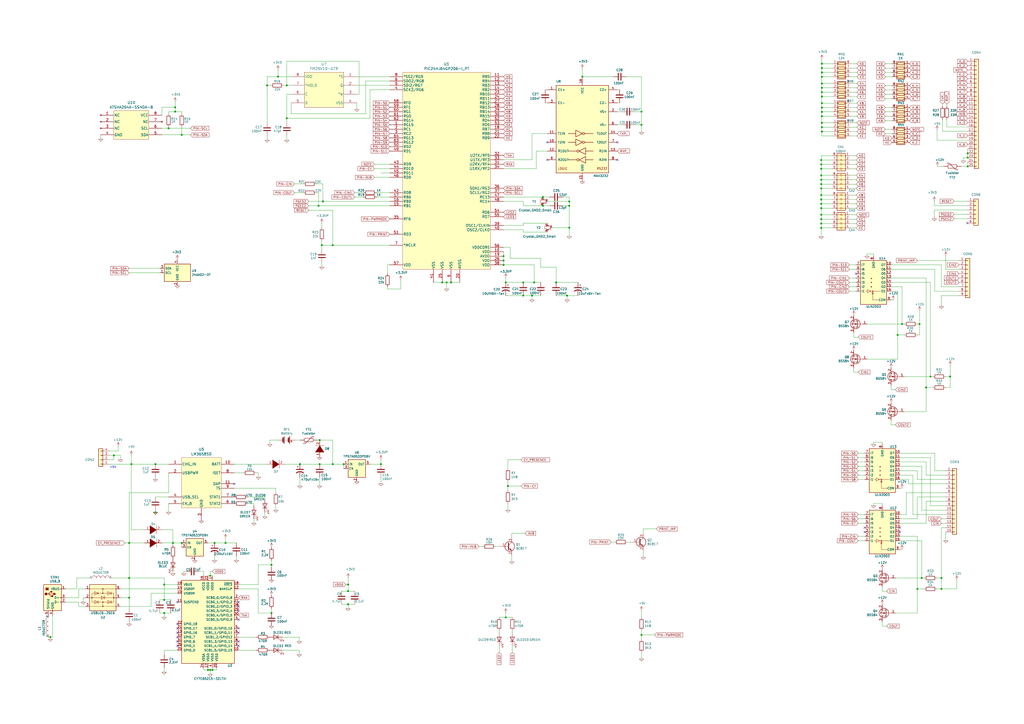
<source format=kicad_sch>
(kicad_sch (version 20211123) (generator eeschema)
  (paper "A2")
  (junction (at 29.21 369.57))
  (junction (at 314.96 114.3))
  (junction (at 95.25 347.98))
  (junction (at 537.21 224.79))
  (junction (at 261.62 163.83))
  (junction (at 372.11 64.77))
  (junction (at 337.82 44.45))
  (junction (at 328.93 171.45))
  (junction (at 476.758 39.497))
  (junction (at 476.758 76.327))
  (junction (at 476.377 106.807))
  (junction (at 551.18 218.44))
  (junction (at 201.93 339.09))
  (junction (at 293.37 358.14))
  (junction (at 293.37 163.83))
  (junction (at 101.6 64.77))
  (junction (at 294.64 281.94))
  (junction (at 259.08 163.83))
  (junction (at 532.13 341.63))
  (junction (at 303.53 163.83))
  (junction (at 74.93 335.28))
  (junction (at 476.377 118.237))
  (junction (at 330.2 132.08))
  (junction (at 533.4 187.96))
  (junction (at 201.93 342.9))
  (junction (at 101.6 62.23))
  (junction (at 154.94 49.53))
  (junction (at 476.758 56.007))
  (junction (at 161.29 44.45))
  (junction (at 476.758 50.927))
  (junction (at 330.2 119.38))
  (junction (at 256.54 163.83))
  (junction (at 185.42 269.24))
  (junction (at 309.88 163.83))
  (junction (at 308.61 171.45))
  (junction (at 476.758 53.467))
  (junction (at 199.39 269.24))
  (junction (at 193.04 142.24))
  (junction (at 476.758 71.247))
  (junction (at 90.17 269.24))
  (junction (at 476.377 109.347))
  (junction (at 330.2 116.84))
  (junction (at 66.04 264.16))
  (junction (at 523.24 187.96))
  (junction (at 476.377 95.377))
  (junction (at 314.96 119.38))
  (junction (at 185.42 255.27))
  (junction (at 97.79 74.422))
  (junction (at 539.75 218.44))
  (junction (at 476.758 36.957))
  (junction (at 186.69 142.24))
  (junction (at 476.758 42.037))
  (junction (at 292.1 153.67))
  (junction (at 95.25 339.09))
  (junction (at 546.1 335.28))
  (junction (at 476.377 129.667))
  (junction (at 74.93 346.71))
  (junction (at 193.04 269.24))
  (junction (at 476.377 132.207))
  (junction (at 292.1 151.13))
  (junction (at 520.7 194.31))
  (junction (at 105.41 78.232))
  (junction (at 476.758 64.897))
  (junction (at 292.1 148.59))
  (junction (at 476.377 115.697))
  (junction (at 476.758 67.437))
  (junction (at 157.48 327.66))
  (junction (at 130.81 314.96))
  (junction (at 95.25 355.6))
  (junction (at 157.48 355.6))
  (junction (at 74.93 314.96))
  (junction (at 90.17 297.18))
  (junction (at 476.377 127.127))
  (junction (at 121.92 388.62))
  (junction (at 561.34 91.44))
  (junction (at 322.58 163.83))
  (junction (at 476.377 124.587))
  (junction (at 476.758 44.577))
  (junction (at 476.758 59.817))
  (junction (at 476.758 62.357))
  (junction (at 187.325 116.84))
  (junction (at 120.65 388.62))
  (junction (at 476.377 104.267))
  (junction (at 476.377 97.917))
  (junction (at 166.37 49.53))
  (junction (at 121.92 334.01))
  (junction (at 372.11 368.3))
  (junction (at 184.785 119.38))
  (junction (at 476.377 113.157))
  (junction (at 476.758 48.387))
  (junction (at 220.98 269.24))
  (junction (at 546.1 341.63))
  (junction (at 166.37 68.58))
  (junction (at 105.41 314.96))
  (junction (at 534.67 335.28))
  (junction (at 476.377 101.727))
  (junction (at 173.99 269.24))
  (junction (at 476.377 92.837))
  (junction (at 561.34 96.52))
  (junction (at 561.34 88.9))
  (junction (at 372.11 72.39))
  (junction (at 303.53 171.45))
  (junction (at 123.19 388.62))
  (junction (at 476.377 120.777))
  (junction (at 124.46 314.96))
  (junction (at 100.33 314.96))
  (junction (at 201.93 350.52))
  (junction (at 476.758 73.787))
  (junction (at 76.2 269.24))
  (no_connect (at 102.87 367.03))
  (no_connect (at 138.43 351.79))
  (no_connect (at 138.43 367.03))
  (no_connect (at 501.65 306.07))
  (no_connect (at 138.43 364.49))
  (no_connect (at 102.87 349.25))
  (no_connect (at 102.87 369.57))
  (no_connect (at 317.5 82.55))
  (no_connect (at 358.14 92.71))
  (no_connect (at 102.87 361.95))
  (no_connect (at 102.87 372.11))
  (no_connect (at 138.43 372.11))
  (no_connect (at 138.43 349.25))
  (no_connect (at 501.65 308.61))
  (no_connect (at 102.87 374.65))
  (no_connect (at 135.89 280.67))
  (no_connect (at 358.14 82.55))
  (no_connect (at 138.43 374.65))
  (no_connect (at 102.87 364.49))
  (no_connect (at 561.086 129.413))
  (no_connect (at 138.43 359.41))
  (no_connect (at 496.57 158.75))
  (no_connect (at 521.97 306.07))
  (no_connect (at 317.5 92.71))
  (no_connect (at 521.97 308.61))
  (no_connect (at 138.43 354.33))
  (wire (pts (xy 506.73 292.1) (xy 511.81 292.1)))
  (wire (pts (xy 201.93 350.52) (xy 201.93 353.06)))
  (wire (pts (xy 492.887 104.267) (xy 496.697 104.267)))
  (wire (pts (xy 186.69 144.78) (xy 186.69 142.24)))
  (wire (pts (xy 482.727 106.807) (xy 476.377 106.807)))
  (wire (pts (xy 293.37 163.83) (xy 303.53 163.83)))
  (wire (pts (xy 121.92 334.01) (xy 121.92 331.47)))
  (wire (pts (xy 313.69 149.86) (xy 313.69 154.94)))
  (wire (pts (xy 97.79 64.77) (xy 97.79 66.04)))
  (wire (pts (xy 534.67 313.69) (xy 534.67 335.28)))
  (wire (pts (xy 183.515 111.76) (xy 184.785 111.76)))
  (wire (pts (xy 546.1 166.37) (xy 556.26 166.37)))
  (wire (pts (xy 121.92 334.01) (xy 123.19 334.01)))
  (wire (pts (xy 561.086 126.873) (xy 553.466 126.873)))
  (wire (pts (xy 179.07 121.92) (xy 193.04 121.92)))
  (wire (pts (xy 105.41 317.5) (xy 105.41 314.96)))
  (wire (pts (xy 193.04 121.92) (xy 193.04 142.24)))
  (wire (pts (xy 95.25 339.09) (xy 95.25 347.98)))
  (wire (pts (xy 226.06 49.53) (xy 207.01 49.53)))
  (wire (pts (xy 97.79 64.77) (xy 101.6 64.77)))
  (wire (pts (xy 542.29 273.05) (xy 548.64 273.05)))
  (wire (pts (xy 186.69 154.94) (xy 186.69 152.4)))
  (wire (pts (xy 138.43 369.57) (xy 148.59 369.57)))
  (wire (pts (xy 100.33 316.23) (xy 100.33 314.96)))
  (wire (pts (xy 173.5836 379.73) (xy 173.5836 377.19)))
  (wire (pts (xy 358.14 72.39) (xy 360.68 72.39)))
  (wire (pts (xy 517.398 57.277) (xy 513.588 57.277)))
  (wire (pts (xy 525.78 285.75) (xy 548.64 285.75)))
  (wire (pts (xy 476.377 92.837) (xy 476.377 95.377)))
  (wire (pts (xy 166.37 54.61) (xy 168.91 54.61)))
  (wire (pts (xy 556.26 151.13) (xy 532.13 151.13)))
  (wire (pts (xy 363.22 44.45) (xy 372.11 44.45)))
  (wire (pts (xy 95.25 379.73) (xy 95.25 377.19)))
  (wire (pts (xy 308.61 173.99) (xy 308.61 171.45)))
  (wire (pts (xy 102.87 339.09) (xy 95.25 339.09)))
  (wire (pts (xy 153.67 288.29) (xy 153.67 289.56)))
  (wire (pts (xy 519.43 226.06) (xy 516.89 226.06)))
  (wire (pts (xy 501.65 265.43) (xy 497.84 265.43)))
  (wire (pts (xy 493.268 56.007) (xy 497.078 56.007)))
  (wire (pts (xy 483.108 73.787) (xy 476.758 73.787)))
  (wire (pts (xy 76.2 269.24) (xy 76.2 307.34)))
  (wire (pts (xy 208.28 35.56) (xy 166.37 35.56)))
  (wire (pts (xy 69.85 346.71) (xy 74.93 346.71)))
  (wire (pts (xy 537.21 275.59) (xy 537.21 267.97)))
  (wire (pts (xy 493.268 42.037) (xy 497.078 42.037)))
  (wire (pts (xy 303.53 116.84) (xy 303.53 119.38)))
  (wire (pts (xy 476.377 109.347) (xy 482.727 109.347)))
  (wire (pts (xy 135.89 269.24) (xy 154.94 269.24)))
  (wire (pts (xy 335.28 171.45) (xy 328.93 171.45)))
  (wire (pts (xy 118.11 331.47) (xy 115.57 331.47)))
  (wire (pts (xy 314.96 119.38) (xy 318.77 119.38)))
  (wire (pts (xy 501.65 311.15) (xy 497.84 311.15)))
  (wire (pts (xy 100.33 331.47) (xy 100.33 332.74)))
  (wire (pts (xy 520.7 168.91) (xy 520.7 194.31)))
  (wire (pts (xy 372.11 368.3) (xy 372.11 365.76)))
  (wire (pts (xy 561.086 124.333) (xy 553.466 124.333)))
  (wire (pts (xy 161.29 44.45) (xy 161.29 40.64)))
  (wire (pts (xy 294.64 271.78) (xy 294.64 266.7)))
  (wire (pts (xy 542.036 119.253) (xy 542.036 116.713)))
  (wire (pts (xy 501.65 313.69) (xy 497.84 313.69)))
  (wire (pts (xy 368.3 64.77) (xy 372.11 64.77)))
  (wire (pts (xy 482.727 113.157) (xy 476.377 113.157)))
  (wire (pts (xy 476.758 67.437) (xy 476.758 71.247)))
  (wire (pts (xy 224.79 167.64) (xy 232.41 167.64)))
  (wire (pts (xy 516.89 153.67) (xy 546.1 153.67)))
  (wire (pts (xy 561.34 96.52) (xy 557.53 96.52)))
  (wire (pts (xy 45.72 351.79) (xy 49.53 351.79)))
  (wire (pts (xy 537.21 238.76) (xy 537.21 224.79)))
  (wire (pts (xy 289.56 367.03) (xy 289.56 365.76)))
  (wire (pts (xy 537.21 161.29) (xy 516.89 161.29)))
  (wire (pts (xy 337.82 44.45) (xy 355.6 44.45)))
  (wire (pts (xy 523.24 283.21) (xy 521.97 283.21)))
  (wire (pts (xy 27.94 369.57) (xy 29.21 369.57)))
  (wire (pts (xy 517.398 36.957) (xy 513.588 36.957)))
  (wire (pts (xy 372.11 72.39) (xy 372.11 64.77)))
  (wire (pts (xy 525.78 298.45) (xy 521.97 298.45)))
  (wire (pts (xy 561.086 119.253) (xy 542.036 119.253)))
  (wire (pts (xy 476.758 50.927) (xy 476.758 53.467)))
  (wire (pts (xy 521.97 275.59) (xy 529.59 275.59)))
  (wire (pts (xy 168.91 66.04) (xy 168.91 59.69)))
  (wire (pts (xy 166.37 68.58) (xy 166.37 54.61)))
  (wire (pts (xy 483.108 39.497) (xy 476.758 39.497)))
  (wire (pts (xy 483.108 76.327) (xy 476.758 76.327)))
  (wire (pts (xy 497.078 73.787) (xy 493.268 73.787)))
  (wire (pts (xy 289.306 316.992) (xy 287.528 316.992)))
  (wire (pts (xy 173.99 281.94) (xy 173.99 276.86)))
  (wire (pts (xy 520.7 208.28) (xy 520.7 194.31)))
  (wire (pts (xy 138.43 377.19) (xy 148.59 377.19)))
  (wire (pts (xy 542.29 262.89) (xy 521.97 262.89)))
  (wire (pts (xy 154.94 49.53) (xy 154.94 71.12)))
  (wire (pts (xy 373.126 309.372) (xy 373.126 306.832)))
  (wire (pts (xy 123.19 388.62) (xy 123.19 387.35)))
  (wire (pts (xy 120.65 334.01) (xy 121.92 334.01)))
  (wire (pts (xy 511.81 363.22) (xy 511.81 360.68)))
  (wire (pts (xy 279.908 316.992) (xy 277.876 316.992)))
  (wire (pts (xy 74.93 353.06) (xy 74.93 346.71)))
  (wire (pts (xy 493.268 53.467) (xy 497.078 53.467)))
  (wire (pts (xy 492.76 153.67) (xy 496.57 153.67)))
  (wire (pts (xy 120.65 388.62) (xy 121.92 388.62)))
  (wire (pts (xy 166.37 71.12) (xy 166.37 68.58)))
  (wire (pts (xy 95.25 347.98) (xy 99.06 347.98)))
  (wire (pts (xy 482.727 120.777) (xy 476.377 120.777)))
  (wire (pts (xy 527.05 280.67) (xy 527.05 278.13)))
  (wire (pts (xy 529.59 298.45) (xy 548.64 298.45)))
  (wire (pts (xy 95.25 389.89) (xy 95.25 387.35)))
  (wire (pts (xy 330.2 114.3) (xy 330.2 116.84)))
  (wire (pts (xy 532.13 194.31) (xy 533.4 194.31)))
  (wire (pts (xy 476.377 118.237) (xy 476.377 120.777)))
  (wire (pts (xy 483.108 62.357) (xy 476.758 62.357)))
  (wire (pts (xy 513.588 77.597) (xy 517.398 77.597)))
  (wire (pts (xy 303.53 171.45) (xy 308.61 171.45)))
  (wire (pts (xy 517.398 42.037) (xy 513.588 42.037)))
  (wire (pts (xy 534.67 270.51) (xy 534.67 295.91)))
  (wire (pts (xy 501.65 262.89) (xy 497.84 262.89)))
  (wire (pts (xy 38.1 346.71) (xy 45.72 346.71)))
  (wire (pts (xy 483.108 59.817) (xy 476.758 59.817)))
  (wire (pts (xy 201.93 335.28) (xy 201.93 339.09)))
  (wire (pts (xy 516.89 246.38) (xy 516.89 243.84)))
  (wire (pts (xy 63.5 266.7) (xy 66.04 266.7)))
  (wire (pts (xy 476.758 39.497) (xy 476.758 42.037)))
  (wire (pts (xy 292.1 143.51) (xy 295.91 143.51)))
  (wire (pts (xy 97.79 274.32) (xy 97.79 285.75)))
  (wire (pts (xy 69.85 264.16) (xy 69.85 266.7)))
  (wire (pts (xy 101.6 64.77) (xy 105.41 64.77)))
  (wire (pts (xy 476.758 42.037) (xy 476.758 44.577)))
  (wire (pts (xy 149.86 327.66) (xy 149.86 339.09)))
  (wire (pts (xy 29.21 369.57) (xy 29.21 370.84)))
  (wire (pts (xy 537.21 267.97) (xy 521.97 267.97)))
  (wire (pts (xy 476.377 120.777) (xy 476.377 124.587)))
  (wire (pts (xy 548.64 278.13) (xy 532.13 278.13)))
  (wire (pts (xy 140.97 274.32) (xy 135.89 274.32)))
  (wire (pts (xy 171.45 255.27) (xy 173.99 255.27)))
  (wire (pts (xy 548.64 280.67) (xy 527.05 280.67)))
  (wire (pts (xy 365.506 314.452) (xy 363.982 314.452)))
  (wire (pts (xy 44.45 335.28) (xy 52.07 335.28)))
  (wire (pts (xy 256.54 163.83) (xy 259.08 163.83)))
  (wire (pts (xy 539.75 163.83) (xy 539.75 218.44)))
  (wire (pts (xy 185.42 255.27) (xy 193.04 255.27)))
  (wire (pts (xy 372.11 370.84) (xy 372.11 368.3)))
  (wire (pts (xy 105.41 64.77) (xy 105.41 66.04)))
  (wire (pts (xy 502.92 148.59) (xy 502.92 147.32)))
  (wire (pts (xy 524.51 238.76) (xy 537.21 238.76)))
  (wire (pts (xy 493.268 39.497) (xy 497.078 39.497)))
  (wire (pts (xy 294.64 266.7) (xy 302.26 266.7)))
  (wire (pts (xy 476.758 56.007) (xy 483.108 56.007)))
  (wire (pts (xy 303.53 134.62) (xy 317.5 134.62)))
  (wire (pts (xy 69.85 351.79) (xy 87.63 351.79)))
  (wire (pts (xy 166.37 81.28) (xy 166.37 78.74)))
  (wire (pts (xy 106.68 331.47) (xy 106.68 332.74)))
  (wire (pts (xy 311.15 87.63) (xy 317.5 87.63)))
  (wire (pts (xy 501.65 270.51) (xy 497.84 270.51)))
  (wire (pts (xy 517.398 67.437) (xy 513.588 67.437)))
  (wire (pts (xy 156.972 49.53) (xy 154.94 49.53)))
  (wire (pts (xy 529.59 275.59) (xy 529.59 298.45)))
  (wire (pts (xy 532.13 341.63) (xy 532.13 355.6)))
  (wire (pts (xy 93.98 78.232) (xy 105.41 78.232)))
  (wire (pts (xy 297.18 378.46) (xy 297.18 374.65)))
  (wire (pts (xy 492.887 115.697) (xy 496.697 115.697)))
  (wire (pts (xy 97.79 288.29) (xy 90.17 288.29)))
  (wire (pts (xy 87.63 344.17) (xy 102.87 344.17)))
  (wire (pts (xy 506.73 293.37) (xy 506.73 292.1)))
  (wire (pts (xy 546.1 306.07) (xy 546.1 335.28)))
  (wire (pts (xy 295.91 143.51) (xy 295.91 149.86)))
  (wire (pts (xy 541.02 218.44) (xy 539.75 218.44)))
  (wire (pts (xy 296.926 311.912) (xy 296.926 309.372)))
  (wire (pts (xy 165.1 269.24) (xy 173.99 269.24)))
  (wire (pts (xy 493.268 62.357) (xy 497.078 62.357)))
  (wire (pts (xy 556.26 171.45) (xy 546.1 171.45)))
  (wire (pts (xy 120.65 388.62) (xy 120.65 387.35)))
  (wire (pts (xy 543.56 341.63) (xy 546.1 341.63)))
  (wire (pts (xy 118.11 387.35) (xy 118.11 388.62)))
  (wire (pts (xy 29.21 369.57) (xy 30.48 369.57)))
  (wire (pts (xy 92.71 347.98) (xy 95.25 347.98)))
  (wire (pts (xy 497.078 76.327) (xy 493.268 76.327)))
  (wire (pts (xy 157.48 355.6) (xy 149.86 355.6)))
  (wire (pts (xy 502.92 147.32) (xy 506.73 147.32)))
  (wire (pts (xy 539.75 218.44) (xy 524.51 218.44)))
  (wire (pts (xy 205.74 114.3) (xy 210.82 114.3)))
  (wire (pts (xy 161.29 44.45) (xy 154.94 44.45)))
  (wire (pts (xy 147.32 300.99) (xy 147.32 303.53)))
  (wire (pts (xy 542.036 121.793) (xy 542.036 125.603)))
  (wire (pts (xy 83.82 307.34) (xy 76.2 307.34)))
  (wire (pts (xy 207.01 63.5) (xy 207.01 59.69)))
  (wire (pts (xy 157.48 327.66) (xy 149.86 327.66)))
  (wire (pts (xy 156.5656 255.27) (xy 156.5656 257.81)))
  (wire (pts (xy 546.735 76.2) (xy 561.34 76.2)))
  (wire (pts (xy 259.08 163.83) (xy 261.62 163.83)))
  (wire (pts (xy 532.13 341.63) (xy 535.94 341.63)))
  (wire (pts (xy 173.99 269.24) (xy 185.42 269.24)))
  (wire (pts (xy 476.377 101.727) (xy 476.377 104.267)))
  (wire (pts (xy 217.17 102.87) (xy 226.06 102.87)))
  (wire (pts (xy 205.74 350.52) (xy 201.93 350.52)))
  (wire (pts (xy 74.93 285.75) (xy 74.93 314.96)))
  (wire (pts (xy 121.92 388.62) (xy 123.19 388.62)))
  (wire (pts (xy 107.95 331.47) (xy 106.68 331.47)))
  (wire (pts (xy 511.81 256.54) (xy 511.81 257.81)))
  (wire (pts (xy 337.82 40.005) (xy 337.82 44.45)))
  (wire (pts (xy 93.98 74.422) (xy 97.79 74.422)))
  (wire (pts (xy 160.02 283.21) (xy 135.89 283.21)))
  (wire (pts (xy 561.34 91.44) (xy 561.34 88.9)))
  (wire (pts (xy 105.41 73.66) (xy 105.41 78.232)))
  (wire (pts (xy 546.1 171.45) (xy 546.1 176.53)))
  (wire (pts (xy 496.697 129.667) (xy 492.887 129.667)))
  (wire (pts (xy 38.1 349.25) (xy 45.72 349.25)))
  (wire (pts (xy 542.29 262.89) (xy 542.29 273.05)))
  (wire (pts (xy 328.93 171.45) (xy 322.58 171.45)))
  (wire (pts (xy 358.14 52.07) (xy 359.41 52.07)))
  (wire (pts (xy 482.727 132.207) (xy 476.377 132.207)))
  (wire (pts (xy 163.83 377.19) (xy 173.5836 377.19)))
  (wire (pts (xy 183.515 106.68) (xy 187.325 106.68)))
  (wire (pts (xy 549.275 60.325) (xy 549.275 61.595)))
  (wire (pts (xy 226.06 153.67) (xy 224.79 153.67)))
  (wire (pts (xy 161.29 44.45) (xy 168.91 44.45)))
  (wire (pts (xy 226.06 44.45) (xy 207.01 44.45)))
  (wire (pts (xy 95.25 335.28) (xy 74.93 335.28)))
  (wire (pts (xy 516.89 226.06) (xy 516.89 223.52)))
  (wire (pts (xy 95.25 377.19) (xy 102.87 377.19)))
  (wire (pts (xy 482.727 127.127) (xy 476.377 127.127)))
  (wire (pts (xy 173.5836 369.57) (xy 163.83 369.57)))
  (wire (pts (xy 476.758 44.577) (xy 476.758 48.387)))
  (wire (pts (xy 517.398 64.897) (xy 513.588 64.897)))
  (wire (pts (xy 548.64 156.21) (xy 548.64 148.59)))
  (wire (pts (xy 292.1 151.13) (xy 292.1 153.67)))
  (wire (pts (xy 45.72 341.63) (xy 49.53 341.63)))
  (wire (pts (xy 63.5 269.24) (xy 76.2 269.24)))
  (wire (pts (xy 501.65 298.45) (xy 497.84 298.45)))
  (wire (pts (xy 493.268 44.577) (xy 497.078 44.577)))
  (wire (pts (xy 521.97 270.51) (xy 534.67 270.51)))
  (wire (pts (xy 524.51 187.96) (xy 523.24 187.96)))
  (wire (pts (xy 496.697 132.207) (xy 492.887 132.207)))
  (wire (pts (xy 123.19 388.62) (xy 125.73 388.62)))
  (wire (pts (xy 482.727 118.237) (xy 476.377 118.237)))
  (wire (pts (xy 521.97 311.15) (xy 532.13 311.15)))
  (wire (pts (xy 542.29 168.91) (xy 556.26 168.91)))
  (wire (pts (xy 511.81 292.1) (xy 511.81 293.37)))
  (wire (pts (xy 476.758 76.327) (xy 476.758 73.787)))
  (wire (pts (xy 492.887 101.727) (xy 496.697 101.727)))
  (wire (pts (xy 476.377 106.807) (xy 476.377 109.347)))
  (wire (pts (xy 358.14 59.69) (xy 359.41 59.69)))
  (wire (pts (xy 214.63 68.58) (xy 214.63 52.07)))
  (wire (pts (xy 292.1 114.3) (xy 314.96 114.3)))
  (wire (pts (xy 130.81 314.96) (xy 130.81 312.42)))
  (wire (pts (xy 58.42 80.772) (xy 58.42 78.232)))
  (wire (pts (xy 532.13 300.99) (xy 521.97 300.99)))
  (wire (pts (xy 193.04 269.24) (xy 185.42 269.24)))
  (wire (pts (xy 201.93 342.9) (xy 205.74 342.9)))
  (wire (pts (xy 496.697 127.127) (xy 492.887 127.127)))
  (wire (pts (xy 90.17 276.86) (xy 90.17 278.13)))
  (wire (pts (xy 519.43 246.38) (xy 516.89 246.38)))
  (wire (pts (xy 294.64 281.94) (xy 294.64 284.48)))
  (wire (pts (xy 157.48 325.12) (xy 157.48 327.66)))
  (wire (pts (xy 199.39 271.78) (xy 199.39 269.24)))
  (wire (pts (xy 69.85 341.63) (xy 102.87 341.63)))
  (wire (pts (xy 476.377 95.377) (xy 476.377 97.917)))
  (wire (pts (xy 537.21 303.53) (xy 521.97 303.53)))
  (wire (pts (xy 295.91 149.86) (xy 313.69 149.86)))
  (wire (pts (xy 292.1 153.67) (xy 309.88 153.67)))
  (wire (pts (xy 143.51 288.29) (xy 153.67 288.29)))
  (wire (pts (xy 205.74 111.76) (xy 210.82 111.76)))
  (wire (pts (xy 476.377 127.127) (xy 476.377 129.667)))
  (wire (pts (xy 179.07 119.38) (xy 184.785 119.38)))
  (wire (pts (xy 532.13 187.96) (xy 533.4 187.96)))
  (wire (pts (xy 95.25 339.09) (xy 95.25 335.28)))
  (wire (pts (xy 476.758 59.817) (xy 476.758 62.357)))
  (wire (pts (xy 118.11 388.62) (xy 120.65 388.62)))
  (wire (pts (xy 261.62 163.83) (xy 266.7 163.83)))
  (wire (pts (xy 476.758 64.897) (xy 476.758 67.437)))
  (wire (pts (xy 63.5 261.62) (xy 68.58 261.62)))
  (wire (pts (xy 93.98 62.23) (xy 101.6 62.23)))
  (wire (pts (xy 493.268 36.957) (xy 497.078 36.957)))
  (wire (pts (xy 68.58 261.62) (xy 68.58 259.08)))
  (wire (pts (xy 558.8 91.44) (xy 558.8 93.345)))
  (wire (pts (xy 198.12 342.9) (xy 201.93 342.9)))
  (wire (pts (xy 330.2 116.84) (xy 330.2 119.38)))
  (wire (pts (xy 130.81 314.96) (xy 137.16 314.96)))
  (wire (pts (xy 497.078 78.867) (xy 493.268 78.867)))
  (wire (pts (xy 551.18 218.44) (xy 551.18 212.09)))
  (wire (pts (xy 97.79 285.75) (xy 74.93 285.75)))
  (wire (pts (xy 199.39 269.24) (xy 193.04 269.24)))
  (wire (pts (xy 63.5 264.16) (xy 66.04 264.16)))
  (wire (pts (xy 476.758 34.417) (xy 476.758 36.957)))
  (wire (pts (xy 492.887 97.917) (xy 496.697 97.917)))
  (wire (pts (xy 483.108 53.467) (xy 476.758 53.467)))
  (wire (pts (xy 497.078 71.247) (xy 493.268 71.247)))
  (wire (pts (xy 546.1 303.53) (xy 548.64 303.53)))
  (wire (pts (xy 201.93 342.9) (xy 201.93 339.09)))
  (wire (pts (xy 294.64 295.91) (xy 294.64 292.1)))
  (wire (pts (xy 497.84 195.58) (xy 495.3 195.58)))
  (wire (pts (xy 184.785 119.38) (xy 226.06 119.38)))
  (wire (pts (xy 493.268 67.437) (xy 497.078 67.437)))
  (wire (pts (xy 543.814 96.52) (xy 547.37 96.52)))
  (wire (pts (xy 101.6 62.23) (xy 101.6 64.77)))
  (wire (pts (xy 289.56 378.46) (xy 289.56 374.65)))
  (wire (pts (xy 476.377 109.347) (xy 476.377 113.157)))
  (wire (pts (xy 224.79 153.67) (xy 224.79 158.75)))
  (wire (pts (xy 548.64 288.29) (xy 532.13 288.29)))
  (wire (pts (xy 476.377 97.917) (xy 476.377 101.727)))
  (wire (pts (xy 121.92 388.62) (xy 121.92 391.16)))
  (wire (pts (xy 561.34 91.44) (xy 558.8 91.44)))
  (wire (pts (xy 476.758 36.957) (xy 476.758 39.497)))
  (wire (pts (xy 292.1 148.59) (xy 292.1 151.13)))
  (wire (pts (xy 542.29 156.21) (xy 542.29 168.91)))
  (wire (pts (xy 476.377 104.267) (xy 476.377 106.807)))
  (wire (pts (xy 543.56 335.28) (xy 546.1 335.28)))
  (wire (pts (xy 561.086 116.713) (xy 553.466 116.713)))
  (wire (pts (xy 308.61 77.47) (xy 308.61 92.71)))
  (wire (pts (xy 476.758 48.387) (xy 476.758 50.927)))
  (wire (pts (xy 534.67 295.91) (xy 548.64 295.91)))
  (wire (pts (xy 476.377 90.297) (xy 476.377 92.837)))
  (wire (pts (xy 105.41 314.96) (xy 100.33 314.96)))
  (wire (pts (xy 320.04 132.08) (xy 330.2 132.08)))
  (wire (pts (xy 532.13 273.05) (xy 521.97 273.05)))
  (wire (pts (xy 492.887 109.347) (xy 496.697 109.347)))
  (wire (pts (xy 534.67 335.28) (xy 519.43 335.28)))
  (wire (pts (xy 160.02 285.75) (xy 160.02 283.21)))
  (wire (pts (xy 317.5 59.69) (xy 316.23 59.69)))
  (wire (pts (xy 517.398 62.357) (xy 513.588 62.357)))
  (wire (pts (xy 496.57 163.83) (xy 492.76 163.83)))
  (wire (pts (xy 232.41 167.64) (xy 232.41 162.56)))
  (wire (pts (xy 74.93 158.242) (xy 92.71 158.242)))
  (wire (pts (xy 506.73 257.81) (xy 506.73 256.54)))
  (wire (pts (xy 173.5836 372.11) (xy 173.5836 369.57)))
  (wire (pts (xy 517.398 75.057) (xy 513.588 75.057)))
  (wire (pts (xy 335.28 163.83) (xy 322.58 163.83)))
  (wire (pts (xy 483.108 42.037) (xy 476.758 42.037)))
  (wire (pts (xy 97.79 292.1) (xy 97.79 297.18)))
  (wire (pts (xy 149.86 355.6) (xy 149.86 341.63)))
  (wire (pts (xy 95.25 355.6) (xy 99.06 355.6)))
  (wire (pts (xy 166.37 35.56) (xy 166.37 49.53)))
  (wire (pts (xy 523.24 318.77) (xy 521.97 318.77)))
  (wire (pts (xy 154.94 44.45) (xy 154.94 49.53)))
  (wire (pts (xy 476.377 129.667) (xy 476.377 132.207)))
  (wire (pts (xy 226.06 46.99) (xy 212.09 46.99)))
  (wire (pts (xy 118.11 334.01) (xy 118.11 331.47)))
  (wire (pts (xy 492.76 156.21) (xy 496.57 156.21)))
  (wire (pts (xy 90.17 297.18) (xy 90.17 295.91)))
  (wire (pts (xy 44.45 341.63) (xy 44.45 335.28)))
  (wire (pts (xy 100.33 307.34) (xy 100.33 314.96)))
  (wire (pts (xy 105.41 78.232) (xy 110.49 78.232)))
  (wire (pts (xy 160.02 295.91) (xy 160.02 293.37)))
  (wire (pts (xy 66.04 264.16) (xy 69.85 264.16)))
  (wire (pts (xy 482.727 101.727) (xy 476.377 101.727)))
  (wire (pts (xy 534.67 335.28) (xy 535.94 335.28)))
  (wire (pts (xy 495.3 195.58) (xy 495.3 193.04)))
  (wire (pts (xy 546.1 300.99) (xy 548.64 300.99)))
  (wire (pts (xy 218.44 111.76) (xy 226.06 111.76)))
  (wire (pts (xy 506.73 256.54) (xy 511.81 256.54)))
  (wire (pts (xy 483.108 64.897) (xy 476.758 64.897)))
  (wire (pts (xy 83.82 314.96) (xy 74.93 314.96)))
  (wire (pts (xy 532.13 278.13) (xy 532.13 273.05)))
  (wire (pts (xy 217.17 95.25) (xy 226.06 95.25)))
  (wire (pts (xy 45.72 349.25) (xy 45.72 351.79)))
  (wire (pts (xy 314.96 114.3) (xy 318.77 114.3)))
  (wire (pts (xy 501.65 275.59) (xy 497.84 275.59)))
  (wire (pts (xy 527.05 278.13) (xy 521.97 278.13)))
  (wire (pts (xy 125.73 388.62) (xy 125.73 387.35)))
  (wire (pts (xy 372.11 368.3) (xy 379.73 368.3)))
  (wire (pts (xy 496.697 124.587) (xy 492.887 124.587)))
  (wire (pts (xy 193.04 255.27) (xy 193.04 269.24)))
  (wire (pts (xy 483.108 67.437) (xy 476.758 67.437)))
  (wire (pts (xy 309.88 153.67) (xy 309.88 163.83)))
  (wire (pts (xy 303.53 119.38) (xy 314.96 119.38)))
  (wire (pts (xy 501.65 303.53) (xy 497.84 303.53)))
  (wire (pts (xy 48.26 346.71) (xy 48.26 349.25)))
  (wire (pts (xy 93.98 66.802) (xy 93.98 62.23)))
  (wire (pts (xy 476.377 113.157) (xy 476.377 115.697)))
  (wire (pts (xy 483.108 36.957) (xy 476.758 36.957)))
  (wire (pts (xy 186.69 142.24) (xy 186.69 139.7)))
  (wire (pts (xy 483.108 78.867) (xy 476.758 78.867)))
  (wire (pts (xy 493.268 50.927) (xy 497.078 50.927)))
  (wire (pts (xy 212.09 46.99) (xy 212.09 66.04)))
  (wire (pts (xy 482.727 92.837) (xy 476.377 92.837)))
  (wire (pts (xy 184.785 111.76) (xy 184.785 119.38)))
  (wire (pts (xy 373.126 306.832) (xy 380.746 306.832)))
  (wire (pts (xy 208.28 54.61) (xy 208.28 35.56)))
  (wire (pts (xy 95.25 355.6) (xy 95.25 358.14)))
  (wire (pts (xy 292.1 133.35) (xy 303.53 133.35)))
  (wire (pts (xy 74.93 361.95) (xy 74.93 360.68)))
  (wire (pts (xy 226.06 52.07) (xy 214.63 52.07)))
  (wire (pts (xy 546.1 335.28) (xy 546.1 341.63)))
  (wire (pts (xy 476.758 56.007) (xy 476.758 59.817)))
  (wire (pts (xy 201.93 339.09) (xy 200.66 339.09)))
  (wire (pts (xy 546.735 60.325) (xy 546.735 61.595)))
  (wire (pts (xy 220.98 276.86) (xy 220.98 280.67)))
  (wire (pts (xy 121.92 331.47) (xy 123.19 331.47)))
  (wire (pts (xy 492.887 106.807) (xy 496.697 106.807)))
  (wire (pts (xy 537.21 161.29) (xy 537.21 224.79)))
  (wire (pts (xy 496.57 168.91) (xy 492.76 168.91)))
  (wire (pts (xy 533.4 187.96) (xy 533.4 180.34)))
  (wire (pts (xy 313.69 154.94) (xy 322.58 154.94)))
  (wire (pts (xy 556.26 156.21) (xy 548.64 156.21)))
  (wire (pts (xy 297.18 367.03) (xy 297.18 365.76)))
  (wire (pts (xy 516.89 156.21) (xy 542.29 156.21)))
  (wire (pts (xy 546.735 69.215) (xy 546.735 76.2)))
  (wire (pts (xy 521.97 265.43) (xy 539.75 265.43)))
  (wire (pts (xy 154.94 81.28) (xy 154.94 78.74)))
  (wire (pts (xy 518.16 173.99) (xy 516.89 173.99)))
  (wire (pts (xy 317.5 116.84) (xy 330.2 116.84)))
  (wire (pts (xy 294.64 281.94) (xy 302.26 281.94)))
  (wire (pts (xy 551.18 218.44) (xy 551.18 224.79)))
  (wire (pts (xy 520.7 194.31) (xy 524.51 194.31)))
  (wire (pts (xy 153.67 297.18) (xy 153.67 299.72)))
  (wire (pts (xy 157.48 327.66) (xy 157.48 328.93)))
  (wire (pts (xy 303.53 130.81) (xy 303.53 129.54)))
  (wire (pts (xy 251.46 163.83) (xy 256.54 163.83)))
  (wire (pts (xy 317.5 52.07) (xy 316.23 52.07)))
  (wire (pts (xy 149.86 274.32) (xy 148.59 274.32)))
  (wire (pts (xy 517.398 69.977) (xy 513.588 69.977)))
  (wire (pts (xy 330.2 132.08) (xy 330.2 137.16)))
  (wire (pts (xy 149.86 276.86) (xy 149.86 274.32)))
  (wire (pts (xy 198.12 350.52) (xy 201.93 350.52)))
  (wire (pts (xy 147.32 292.1) (xy 147.32 293.37)))
  (wire (pts (xy 93.98 307.34) (xy 100.33 307.34)))
  (wire (pts (xy 373.126 323.342) (xy 373.126 319.532)))
  (wire (pts (xy 561.34 86.36) (xy 561.34 88.9)))
  (wire (pts (xy 532.13 311.15) (xy 532.13 341.63)))
  (wire (pts (xy 483.108 44.577) (xy 476.758 44.577)))
  (wire (pts (xy 294.64 279.4) (xy 294.64 281.94)))
  (wire (pts (xy 212.09 66.04) (xy 168.91 66.04)))
  (wire (pts (xy 303.53 129.54) (xy 317.5 129.54)))
  (wire (pts (xy 516.89 166.37) (xy 523.24 166.37)))
  (wire (pts (xy 179.07 116.84) (xy 187.325 116.84)))
  (wire (pts (xy 220.98 269.24) (xy 214.63 269.24)))
  (wire (pts (xy 308.61 77.47) (xy 317.5 77.47)))
  (wire (pts (xy 187.325 116.84) (xy 226.06 116.84)))
  (wire (pts (xy 495.3 215.9) (xy 495.3 213.36)))
  (wire (pts (xy 502.92 208.28) (xy 520.7 208.28)))
  (wire (pts (xy 554.99 341.63) (xy 554.99 336.55)))
  (wire (pts (xy 124.46 314.96) (xy 130.81 314.96)))
  (wire (pts (xy 501.65 273.05) (xy 497.84 273.05)))
  (wire (pts (xy 100.33 314.96) (xy 93.98 314.96)))
  (wire (pts (xy 523.24 166.37) (xy 523.24 187.96)))
  (wire (pts (xy 309.88 163.83) (xy 303.53 163.83)))
  (wire (pts (xy 492.887 90.297) (xy 496.697 90.297)))
  (wire (pts (xy 322.58 154.94) (xy 322.58 163.83)))
  (wire (pts (xy 496.57 161.29) (xy 492.76 161.29)))
  (wire (pts (xy 501.65 300.99) (xy 497.84 300.99)))
  (wire (pts (xy 143.51 292.1) (xy 147.32 292.1)))
  (wire (pts (xy 170.815 111.76) (xy 175.895 111.76)))
  (wire (pts (xy 511.81 342.9) (xy 511.81 340.36)))
  (wire (pts (xy 497.84 215.9) (xy 495.3 215.9)))
  (wire (pts (xy 72.39 314.96) (xy 74.93 314.96)))
  (wire (pts (xy 372.11 72.39) (xy 372.11 76.835)))
  (wire (pts (xy 220.98 269.24) (xy 220.98 266.7)))
  (wire (pts (xy 476.758 73.787) (xy 476.758 71.247)))
  (wire (pts (xy 548.64 306.07) (xy 546.1 306.07)))
  (wire (pts (xy 483.108 48.387) (xy 476.758 48.387)))
  (wire (pts (xy 66.04 264.16) (xy 66.04 266.7)))
  (wire (pts (xy 372.11 382.27) (xy 372.11 378.46)))
  (wire (pts (xy 309.88 163.83) (xy 313.69 163.83)))
  (wire (pts (xy 561.086 121.793) (xy 542.036 121.793)))
  (wire (pts (xy 217.17 97.79) (xy 226.06 97.79)))
  (wire (pts (xy 539.75 293.37) (xy 548.64 293.37)))
  (wire (pts (xy 214.63 68.58) (xy 166.37 68.58)))
  (wire (pts (xy 296.926 325.882) (xy 296.926 322.072)))
  (wire (pts (xy 293.37 163.83) (xy 293.37 161.29)))
  (wire (pts (xy 157.48 353.06) (xy 157.48 355.6)))
  (wire (pts (xy 476.377 115.697) (xy 476.377 118.237)))
  (wire (pts (xy 330.2 119.38) (xy 326.39 119.38)))
  (wire (pts (xy 185.42 281.94) (xy 185.42 276.86)))
  (wire (pts (xy 548.64 224.79) (xy 551.18 224.79)))
  (wire (pts (xy 476.758 53.467) (xy 476.758 56.007)))
  (wire (pts (xy 517.398 54.737) (xy 513.588 54.737)))
  (wire (pts (xy 492.887 113.157) (xy 496.697 113.157)))
  (wire (pts (xy 514.35 363.22) (xy 511.81 363.22)))
  (wire (pts (xy 207.01 54.61) (xy 208.28 54.61)))
  (wire (pts (xy 38.1 341.63) (xy 44.45 341.63)))
  (wire (pts (xy 483.108 50.927) (xy 476.758 50.927)))
  (wire (pts (xy 161.29 255.27) (xy 156.5656 255.27)))
  (wire (pts (xy 220.98 100.33) (xy 226.06 100.33)))
  (wire (pts (xy 492.887 92.837) (xy 496.697 92.837)))
  (wire (pts (xy 523.24 187.96) (xy 502.92 187.96)))
  (wire (pts (xy 218.44 114.3) (xy 226.06 114.3)))
  (wire (pts (xy 519.43 355.6) (xy 532.13 355.6)))
  (wire (pts (xy 506.73 147.32) (xy 506.73 148.59)))
  (wire (pts (xy 330.2 119.38) (xy 330.2 132.08)))
  (wire (pts (xy 292.1 116.84) (xy 303.53 116.84)))
  (wire (pts (xy 482.727 124.587) (xy 476.377 124.587)))
  (wire (pts (xy 168.91 49.53) (xy 166.37 49.53)))
  (wire (pts (xy 525.78 285.75) (xy 525.78 298.45)))
  (wire (pts (xy 326.39 114.3) (xy 330.2 114.3)))
  (wire (pts (xy 549.275 69.215) (xy 549.275 73.66)))
  (wire (pts (xy 92.71 355.6) (xy 95.25 355.6)))
  (wire (pts (xy 516.89 163.83) (xy 539.75 163.83)))
  (wire (pts (xy 308.61 171.45) (xy 313.69 171.45)))
  (wire (pts (xy 482.727 129.667) (xy 476.377 129.667)))
  (wire (pts (xy 74.93 346.71) (xy 74.93 335.28)))
  (wire (pts (xy 532.13 288.29) (xy 532.13 300.99)))
  (wire (pts (xy 296.926 309.372) (xy 304.546 309.372)))
  (wire (pts (xy 170.815 106.68) (xy 175.895 106.68)))
  (wire (pts (xy 501.65 267.97) (xy 497.84 267.97)))
  (wire (pts (xy 516.89 168.91) (xy 520.7 168.91)))
  (wire (pts (xy 293.37 358.14) (xy 297.18 358.14)))
  (wire (pts (xy 137.16 322.58) (xy 137.16 325.12)))
  (wire (pts (xy 49.53 346.71) (xy 48.26 346.71)))
  (wire (pts (xy 354.584 314.452) (xy 356.362 314.452)))
  (wire (pts (xy 149.86 339.09) (xy 138.43 339.09)))
  (wire (pts (xy 30.48 369.57) (xy 30.48 356.87)))
  (wire (pts (xy 492.887 95.377) (xy 496.697 95.377)))
  (wire (pts (xy 476.377 124.587) (xy 476.377 127.127)))
  (wire (pts (xy 496.57 166.37) (xy 492.76 166.37)))
  (wire (pts (xy 533.4 187.96) (xy 533.4 194.31)))
  (wire (pts (xy 493.268 64.897) (xy 497.078 64.897)))
  (wire (pts (xy 358.14 64.77) (xy 360.68 64.77)))
  (wire (pts (xy 517.398 39.497) (xy 513.588 39.497)))
  (wire (pts (xy 549.275 73.66) (xy 561.34 73.66)))
  (wire (pts (xy 292.1 146.05) (xy 292.1 148.59)))
  (wire (pts (xy 368.3 72.39) (xy 372.11 72.39)))
  (wire (pts (xy 482.727 97.917) (xy 476.377 97.917)))
  (wire (pts (xy 292.1 97.79) (xy 311.15 97.79)))
  (wire (pts (xy 372.11 44.45) (xy 372.11 64.77)))
  (wire (pts (xy 372.11 354.33) (xy 372.11 358.14)))
  (wire (pts (xy 482.727 104.267) (xy 476.377 104.267)))
  (wire (pts (xy 476.758 71.247) (xy 483.108 71.247)))
  (wire (pts (xy 548.64 275.59) (xy 537.21 275.59)))
  (wire (pts (xy 289.56 358.14) (xy 293.37 358.14)))
  (wire (pts (xy 476.758 78.867) (xy 476.758 76.327)))
  (wire (pts (xy 546.1 341.63) (xy 554.99 341.63)))
  (wire (pts (xy 45.72 346.71) (xy 45.72 341.63)))
  (wire (pts (xy 164.592 49.53) (xy 166.37 49.53)))
  (wire (pts (xy 292.1 130.81) (xy 303.53 130.81)))
  (wire (pts (xy 303.53 133.35) (xy 303.53 134.62)))
  (wire (pts (xy 517.398 52.197) (xy 513.588 52.197)))
  (wire (pts (xy 492.887 118.237) (xy 496.697 118.237)))
  (wire (pts (xy 193.04 142.24) (xy 226.06 142.24)))
  (wire (pts (xy 74.93 335.28) (xy 64.77 335.28)))
  (wire (pts (xy 224.79 166.37) (xy 224.79 167.64)))
  (wire (pts (xy 546.1 153.67) (xy 546.1 166.37)))
  (wire (pts (xy 101.6 59.182) (xy 101.6 62.23)))
  (wire (pts (xy 292.1 92.71) (xy 308.61 92.71)))
  (wire (pts (xy 548.64 218.44) (xy 551.18 218.44)))
  (wire (pts (xy 521.97 313.69) (xy 534.67 313.69)))
  (wire (pts (xy 493.268 48.387) (xy 497.078 48.387)))
  (wire (pts (xy 187.325 106.68) (xy 187.325 116.84)))
  (wire (pts (xy 74.93 155.702) (xy 92.71 155.702)))
  (wire (pts (xy 186.69 142.24) (xy 193.04 142.24)))
  (wire (pts (xy 328.93 173.99) (xy 328.93 171.45)))
  (wire (pts (xy 543.56 81.28) (xy 561.34 81.28)))
  (wire (pts (xy 476.377 132.207) (xy 476.377 137.287)))
  (wire (pts (xy 537.21 290.83) (xy 537.21 303.53)))
  (wire (pts (xy 492.887 120.777) (xy 496.697 120.777)))
  (wire (pts (xy 184.15 255.27) (xy 185.42 255.27)))
  (wire (pts (xy 482.727 90.297) (xy 476.377 90.297)))
  (wire (pts (xy 561.34 93.98) (xy 561.34 96.52)))
  (wire (pts (xy 293.37 358.14) (xy 293.37 355.6)))
  (wire (pts (xy 482.727 95.377) (xy 476.377 95.377)))
  (wire (pts (xy 124.46 322.58) (xy 124.46 325.12)))
  (wire (pts (xy 476.758 62.357) (xy 476.758 64.897)))
  (wire (pts (xy 293.37 171.45) (xy 303.53 171.45)))
  (wire (pts (xy 517.398 49.657) (xy 513.588 49.657)))
  (wire (pts (xy 90.17 269.24) (xy 97.79 269.24)))
  (wire (pts (xy 149.86 341.63) (xy 138.43 341.63)))
  (wire (pts (xy 311.15 87.63) (xy 311.15 97.79)))
  (wire (pts (xy 76.2 264.16) (xy 76.2 269.24)))
  (wire (pts (xy 186.69 132.08) (xy 186.69 129.54)))
  (wire (pts (xy 259.08 163.83) (xy 259.08 167.64)))
  (wire (pts (xy 548.64 313.69) (xy 548.64 308.61)))
  (wire (pts (xy 97.79 74.422) (xy 110.49 74.422)))
  (wire (pts (xy 539.75 265.43) (xy 539.75 293.37)))
  (wire (pts (xy 482.727 115.697) (xy 476.377 115.697)))
  (wire (pts (xy 74.93 335.28) (xy 74.93 314.96)))
  (wire (pts (xy 493.268 59.817) (xy 497.078 59.817)))
  (wire (pts (xy 537.21 224.79) (xy 541.02 224.79)))
  (wire (pts (xy 514.35 342.9) (xy 511.81 342.9)))
  (wire (pts (xy 543.56 75.565) (xy 543.56 81.28)))
  (wire (pts (xy 97.79 73.66) (xy 97.79 74.422)))
  (wire (pts (xy 517.398 44.577) (xy 513.588 44.577)))
  (wire (pts (xy 76.2 269.24) (xy 90.17 269.24)))
  (wire (pts (xy 501.65 278.13) (xy 497.84 278.13)))
  (wire (pts (xy 120.65 314.96) (xy 124.46 314.96)))
  (wire (pts (xy 87.63 351.79) (xy 87.63 344.17)))
  (wire (pts (xy 548.64 290.83) (xy 537.21 290.83)))
  (text "+5V" (at 63.5 271.78 0) (effects (font (size 1.27 1.27)) (justify left bottom)))
  (global_label "KE" (shape input) (at 496.697 132.207 0) (property "Intersheet References" "${INTERSHEET_REFS}" (effects hide)))
  (global_label "K6" (shape input) (at 497.078 53.467 0) (property "Intersheet References" "${INTERSHEET_REFS}" (effects hide)))
  (global_label "K7" (shape input) (at 513.588 57.277 180) (property "Intersheet References" "${INTERSHEET_REFS}" (effects hide)))
  (global_label "KB" (shape input) (at 497.078 67.437 0) (property "Intersheet References" "${INTERSHEET_REFS}" (effects hide)))
  (global_label "K_0" (shape input) (at 527.558 36.957 0) (property "Intersheet References" "${INTERSHEET_REFS}" (effects hide)))
  (global_label "PIN-S5" (shape input) (at 226.06 72.39 180) (property "Intersheet References" "${INTERSHEET_REFS}" (effects hide)))
  (global_label "K_6" (shape input) (at 561.34 83.82 180) (property "Intersheet References" "${INTERSHEET_REFS}" (effects hide)))
  (global_label "K_6" (shape input) (at 527.558 54.737 0) (property "Intersheet References" "${INTERSHEET_REFS}" (effects hide)))
  (global_label "VDDD" (shape input) (at 200.66 339.09 180) (property "Intersheet References" "${INTERSHEET_REFS}" (effects hide)))
  (global_label "COUT1" (shape input) (at 556.26 161.29 180) (property "Intersheet References" "${INTERSHEET_REFS}" (effects hide)))
  (global_label "PIN-S9" (shape input) (at 497.84 275.59 180) (property "Intersheet References" "${INTERSHEET_REFS}" (effects hide)))
  (global_label "K_3" (shape input) (at 561.34 71.12 180) (property "Intersheet References" "${INTERSHEET_REFS}" (effects hide)))
  (global_label "PIN-COUT" (shape input) (at 170.815 111.76 180) (property "Intersheet References" "${INTERSHEET_REFS}" (effects hide)))
  (global_label "PIN-PRINT" (shape input) (at 354.584 314.452 180) (property "Intersheet References" "${INTERSHEET_REFS}" (effects hide)))
  (global_label "K9" (shape input) (at 496.697 115.697 0) (property "Intersheet References" "${INTERSHEET_REFS}" (effects hide)))
  (global_label "KD" (shape input) (at 496.697 129.667 0) (property "Intersheet References" "${INTERSHEET_REFS}" (effects hide)))
  (global_label "K3" (shape input) (at 496.697 97.917 0) (property "Intersheet References" "${INTERSHEET_REFS}" (effects hide)))
  (global_label "K7" (shape input) (at 292.1 62.23 0) (property "Intersheet References" "${INTERSHEET_REFS}" (effects hide)))
  (global_label "K2" (shape input) (at 496.697 95.377 0) (property "Intersheet References" "${INTERSHEET_REFS}" (effects hide)))
  (global_label "K_4" (shape input) (at 561.34 48.26 180) (property "Intersheet References" "${INTERSHEET_REFS}" (effects hide)))
  (global_label "PIN-S10" (shape input) (at 492.76 153.67 180) (property "Intersheet References" "${INTERSHEET_REFS}" (effects hide)))
  (global_label "KE" (shape input) (at 517.398 82.677 180) (property "Intersheet References" "${INTERSHEET_REFS}" (effects hide)))
  (global_label "K0" (shape input) (at 292.1 44.45 0) (property "Intersheet References" "${INTERSHEET_REFS}" (effects hide)))
  (global_label "PIN-CIN" (shape input) (at 497.84 311.15 180) (property "Intersheet References" "${INTERSHEET_REFS}" (effects hide)))
  (global_label "PIN-S0" (shape input) (at 497.84 262.89 180) (property "Intersheet References" "${INTERSHEET_REFS}" (effects hide)))
  (global_label "PIN-SCL" (shape input) (at 292.1 111.76 0) (property "Intersheet References" "${INTERSHEET_REFS}" (effects hide)))
  (global_label "PIN-S1" (shape input) (at 226.06 62.23 180) (property "Intersheet References" "${INTERSHEET_REFS}" (effects hide)))
  (global_label "PRINT_IMP" (shape input) (at 380.746 306.832 0) (property "Intersheet References" "${INTERSHEET_REFS}" (effects hide)))
  (global_label "K6" (shape input) (at 292.1 59.69 0) (property "Intersheet References" "${INTERSHEET_REFS}" (effects hide)))
  (global_label "RXA" (shape input) (at 292.1 95.25 0) (property "Intersheet References" "${INTERSHEET_REFS}" (effects hide)))
  (global_label "CIN2" (shape input) (at 519.43 226.06 0) (property "Intersheet References" "${INTERSHEET_REFS}" (effects hide)))
  (global_label "CY_PRESENCE " (shape input) (at 302.26 266.7 0) (property "Referências entre as folhas" "${INTERSHEET_REFS}" (effects hide)))
  (global_label "LED3" (shape input) (at 292.1 125.73 0) (property "Intersheet References" "${INTERSHEET_REFS}" (effects hide)))
  (global_label "PIN-S9" (shape input) (at 226.06 82.55 180) (property "Intersheet References" "${INTERSHEET_REFS}" (effects hide)))
  (global_label "CIN" (shape input) (at 514.35 342.9 0) (property "Intersheet References" "${INTERSHEET_REFS}" (effects hide)))
  (global_label "CIN" (shape input) (at 546.1 303.53 180) (property "Intersheet References" "${INTERSHEET_REFS}" (effects hide)))
  (global_label "K_E" (shape input) (at 561.34 78.74 180) (property "Intersheet References" "${INTERSHEET_REFS}" (effects hide)))
  (global_label "PIN-PRINT" (shape input) (at 226.06 135.89 180) (property "Intersheet References" "${INTERSHEET_REFS}" (effects hide)))
  (global_label "K_A" (shape input) (at 561.34 60.96 180) (property "Intersheet References" "${INTERSHEET_REFS}" (effects hide)))
  (global_label "K4" (shape input) (at 497.078 48.387 0) (property "Intersheet References" "${INTERSHEET_REFS}" (effects hide)))
  (global_label "K_B" (shape input) (at 561.34 63.5 180) (property "Intersheet References" "${INTERSHEET_REFS}" (effects hide)))
  (global_label "PIN-CIN1" (shape input) (at 492.76 161.29 180) (property "Intersheet References" "${INTERSHEET_REFS}" (effects hide)))
  (global_label "CIN2" (shape input) (at 556.26 153.67 180) (property "Intersheet References" "${INTERSHEET_REFS}" (effects hide)))
  (global_label "CIN1" (shape input) (at 556.26 158.75 180) (property "Intersheet References" "${INTERSHEET_REFS}" (effects hide)))
  (global_label "PGEC2" (shape input) (at 179.07 119.38 180) (property "Intersheet References" "${INTERSHEET_REFS}" (effects hide)))
  (global_label "K5" (shape input) (at 292.1 57.15 0) (property "Intersheet References" "${INTERSHEET_REFS}" (effects hide)))
  (global_label "NOTE" (shape input) (at 513.588 75.057 180) (property "Intersheet References" "${INTERSHEET_REFS}" (effects hide)))
  (global_label "PIN-INIB" (shape input) (at 217.17 102.87 180) (property "Intersheet References" "${INTERSHEET_REFS}" (effects hide)))
  (global_label "K9" (shape input) (at 497.078 62.357 0) (property "Intersheet References" "${INTERSHEET_REFS}" (effects hide)))
  (global_label "PIN-S11" (shape input) (at 492.76 156.21 180) (property "Intersheet References" "${INTERSHEET_REFS}" (effects hide)))
  (global_label "K_1" (shape input) (at 527.558 39.497 0) (property "Intersheet References" "${INTERSHEET_REFS}" (effects hide)))
  (global_label "NOTE" (shape input) (at 496.697 124.587 0) (property "Intersheet References" "${INTERSHEET_REFS}" (effects hide)))
  (global_label "K3" (shape input) (at 292.1 52.07 0) (property "Intersheet References" "${INTERSHEET_REFS}" (effects hide)))
  (global_label "K8" (shape input) (at 496.697 113.157 0) (property "Intersheet References" "${INTERSHEET_REFS}" (effects hide)))
  (global_label "K0" (shape input) (at 496.697 90.297 0) (property "Intersheet References" "${INTERSHEET_REFS}" (effects hide)))
  (global_label "KA" (shape input) (at 292.1 72.39 0) (property "Intersheet References" "${INTERSHEET_REFS}" (effects hide)))
  (global_label "PGED2" (shape input) (at 553.466 124.333 180) (property "Intersheet References" "${INTERSHEET_REFS}" (effects hide)))
  (global_label "PIN-CY" (shape input) (at 302.26 281.94 0) (property "Referências entre as folhas" "${INTERSHEET_REFS}" (effects hide)))
  (global_label "PGEC2" (shape input) (at 553.466 126.873 180) (property "Intersheet References" "${INTERSHEET_REFS}" (effects hide)))
  (global_label "K6" (shape input) (at 496.697 106.807 0) (property "Intersheet References" "${INTERSHEET_REFS}" (effects hide)))
  (global_label "TXP_" (shape input) (at 546.735 60.325 90) (property "Intersheet References" "${INTERSHEET_REFS}" (effects hide)))
  (global_label "K_2" (shape input) (at 561.34 38.1 180) (property "Intersheet References" "${INTERSHEET_REFS}" (effects hide)))
  (global_label "PIN-S7" (shape input) (at 497.84 303.53 180) (property "Intersheet References" "${INTERSHEET_REFS}" (effects hide)))
  (global_label "PIN-S5" (shape input) (at 497.84 298.45 180) (property "Intersheet References" "${INTERSHEET_REFS}" (effects hide)))
  (global_label "PIN-CIN1" (shape input) (at 205.74 111.76 180) (property "Intersheet References" "${INTERSHEET_REFS}" (effects hide)))
  (global_label "PIN-S8" (shape input) (at 497.84 278.13 180) (property "Intersheet References" "${INTERSHEET_REFS}" (effects hide)))
  (global_label "PIN-S3" (shape input) (at 226.06 67.31 180) (property "Intersheet References" "${INTERSHEET_REFS}" (effects hide)))
  (global_label "COUT2" (shape input) (at 556.26 163.83 180) (property "Intersheet References" "${INTERSHEET_REFS}" (effects hide)))
  (global_label "K_8" (shape input) (at 561.34 55.88 180) (property "Intersheet References" "${INTERSHEET_REFS}" (effects hide)))
  (global_label "LED2" (shape input) (at 292.1 123.19 0) (property "Intersheet References" "${INTERSHEET_REFS}" (effects hide)))
  (global_label "K_7" (shape input) (at 561.34 53.34 180) (property "Intersheet References" "${INTERSHEET_REFS}" (effects hide)))
  (global_label "PIN-S3" (shape input) (at 497.84 270.51 180) (property "Intersheet References" "${INTERSHEET_REFS}" (effects hide)))
  (global_label "KC" (shape input) (at 292.1 74.93 0) (property "Intersheet References" "${INTERSHEET_REFS}" (effects hide)))
  (global_label "K_0" (shape input) (at 561.34 35.56 180) (property "Intersheet References" "${INTERSHEET_REFS}" (effects hide)))
  (global_label "K_8" (shape input) (at 527.558 62.357 0) (property "Intersheet References" "${INTERSHEET_REFS}" (effects hide)))
  (global_label "PGED2" (shape input) (at 179.07 116.84 180) (property "Intersheet References" "${INTERSHEET_REFS}" (effects hide)))
  (global_label "K8" (shape input) (at 513.588 62.357 180) (property "Intersheet References" "${INTERSHEET_REFS}" (effects hide)))
  (global_label "K0" (shape input) (at 497.078 36.957 0) (property "Intersheet References" "${INTERSHEET_REFS}" (effects hide)))
  (global_label "KA" (shape input) (at 496.697 118.237 0) (property "Intersheet References" "${INTERSHEET_REFS}" (effects hide)))
  (global_label "K_1" (shape input) (at 561.34 68.58 180) (property "Intersheet References" "${INTERSHEET_REFS}" (effects hide)))
  (global_label "KA" (shape input) (at 497.078 64.897 0) (property "Intersheet References" "${INTERSHEET_REFS}" (effects hide)))
  (global_label "PIN-COUT" (shape input) (at 497.84 313.69 180) (property "Intersheet References" "${INTERSHEET_REFS}" (effects hide)))
  (global_label "PIN-SDA" (shape input) (at 292.1 109.22 0) (property "Intersheet References" "${INTERSHEET_REFS}" (effects hide)))
  (global_label "K_9" (shape input) (at 527.558 64.897 0) (property "Intersheet References" "${INTERSHEET_REFS}" (effects hide)))
  (global_label "COUT" (shape input) (at 514.35 363.22 0) (property "Intersheet References" "${INTERSHEET_REFS}" (effects hide)))
  (global_label "RESET" (shape input) (at 179.07 121.92 180) (property "Intersheet References" "${INTERSHEET_REFS}" (effects hide)))
  (global_label "K0" (shape input) (at 513.588 36.957 180) (property "Intersheet References" "${INTERSHEET_REFS}" (effects hide)))
  (global_label "LED3" (shape input) (at 297.18 378.46 270) (property "Intersheet References" "${INTERSHEET_REFS}" (effects hide)))
  (global_label "RESET" (shape input) (at 553.466 116.713 180) (property "Intersheet References" "${INTERSHEET_REFS}" (effects hide)))
  (global_label "PIN-SDA" (shape input) (at 110.49 78.232 0) (property "Intersheet References" "${INTERSHEET_REFS}" (effects hide)))
  (global_label "K5" (shape input) (at 513.588 52.197 180) (property "Intersheet References" "${INTERSHEET_REFS}" (effects hide)))
  (global_label "PRINT_IMP" (shape input) (at 532.13 151.13 180) (property "Intersheet References" "${INTERSHEET_REFS}" (effects hide)))
  (global_label "TXA" (shape input) (at 138.43 356.87 0) (property "Intersheet References" "${INTERSHEET_REFS}" (effects hide)))
  (global_label "K_B" (shape input) (at 527.558 69.977 0) (property "Intersheet References" "${INTERSHEET_REFS}" (effects hide)))
  (global_label "PIN-COUT1" (shape input) (at 205.74 114.3 180) (property "Intersheet References" "${INTERSHEET_REFS}" (effects hide)))
  (global_label "NOTE" (shape input) (at 217.17 95.25 180) (property "Intersheet References" "${INTERSHEET_REFS}" (effects hide)))
  (global_label "K4" (shape input) (at 496.697 101.727 0) (property "Intersheet References" "${INTERSHEET_REFS}" (effects hide)))
  (global_label "K_2" (shape input) (at 527.558 42.037 0) (property "Intersheet References" "${INTERSHEET_REFS}" (effects hide)))
  (global_label "PIN-S7" (shape input) (at 226.06 77.47 180) (property "Intersheet References" "${INTERSHEET_REFS}" (effects hide)))
  (global_label "KC" (shape input) (at 496.697 127.127 0) (property "Intersheet References" "${INTERSHEET_REFS}" (effects hide)))
  (global_label "VDDD" (shape input) (at 123.19 331.47 0) (property "Intersheet References" "${INTERSHEET_REFS}" (effects hide)))
  (global_label "PIN-S1" (shape input) (at 497.84 265.43 180) (property "Intersheet References" "${INTERSHEET_REFS}" (effects hide)))
  (global_label "TXP_" (shape input) (at 358.14 77.47 0) (property "Intersheet References" "${INTERSHEET_REFS}" (effects hide)))
  (global_label "K8" (shape input) (at 497.078 59.817 0) (property "Intersheet References" "${INTERSHEET_REFS}" (effects hide)))
  (global_label "PIN-S11" (shape input) (at 226.06 87.63 180) (property "Intersheet References" "${INTERSHEET_REFS}" (effects hide)))
  (global_label "K3" (shape input) (at 513.588 44.577 180) (property "Intersheet References" "${INTERSHEET_REFS}" (effects hide)))
  (global_label "RXA" (shape input) (at 138.43 346.71 0) (property "Intersheet References" "${INTERSHEET_REFS}" (effects hide)))
  (global_label "K4" (shape input) (at 513.588 49.657 180) (property "Intersheet References" "${INTERSHEET_REFS}" (effects hide)))
  (global_label "PIN-COUT2" (shape input) (at 492.76 168.91 180) (property "Intersheet References" "${INTERSHEET_REFS}" (effects hide)))
  (global_label "K_3" (shape input) (at 527.558 44.577 0) (property "Intersheet References" "${INTERSHEET_REFS}" (effects hide)))
  (global_label "COUT1" (shape input) (at 497.84 195.58 0) (property "Intersheet References" "${INTERSHEET_REFS}" (effects hide)))
  (global_label "K2" (shape input) (at 497.078 42.037 0) (property "Intersheet References" "${INTERSHEET_REFS}" (effects hide)))
  (global_label "PIN-S2" (shape input) (at 497.84 267.97 180) (property "Intersheet References" "${INTERSHEET_REFS}" (effects hide)))
  (global_label "K2" (shape input) (at 292.1 49.53 0) (property "Intersheet References" "${INTERSHEET_REFS}" (effects hide)))
  (global_label "INIB" (shape input) (at 561.34 66.04 180) (property "Intersheet References" "${INTERSHEET_REFS}" (effects hide)))
  (global_label "K1" (shape input) (at 513.588 39.497 180) (property "Intersheet References" "${INTERSHEET_REFS}" (effects hide)))
  (global_label "K_5" (shape input) (at 527.558 52.197 0) (property "Intersheet References" "${INTERSHEET_REFS}" (effects hide)))
  (global_label "INIB" (shape input) (at 304.546 309.372 0) (property "Intersheet References" "${INTERSHEET_REFS}" (effects hide)))
  (global_label "K9" (shape input) (at 292.1 67.31 0) (property "Intersheet References" "${INTERSHEET_REFS}" (effects hide)))
  (global_label "PIN-PWRMODE" (shape input) (at 226.06 127 180) (property "Intersheet References" "${INTERSHEET_REFS}" (effects hide)))
  (global_label "K_E" (shape input) (at 527.558 82.677 0) (property "Intersheet References" "${INTERSHEET_REFS}" (effects hide)))
  (global_label "K1" (shape input) (at 496.697 92.837 0) (property "Intersheet References" "${INTERSHEET_REFS}" (effects hide)))
  (global_label "K6" (shape input) (at 513.588 54.737 180) (property "Intersheet References" "${INTERSHEET_REFS}" (effects hide)))
  (global_label "PIN-S4" (shape input) (at 226.06 69.85 180) (property "Intersheet References" "${INTERSHEET_REFS}" (effects hide)))
  (global_label "PIN-S6" (shape input) (at 226.06 74.93 180) (property "Intersheet References" "${INTERSHEET_REFS}" (effects hide)))
  (global_label "KE" (shape input) (at 497.078 78.867 0) (property "Intersheet References" "${INTERSHEET_REFS}" (effects hide)))
  (global_label "K_C" (shape input) (at 561.34 43.18 180) (property "Intersheet References" "${INTERSHEET_REFS}" (effects hide)))
  (global_label "PIN-S8" (shape input) (at 226.06 80.01 180) (property "Intersheet References" "${INTERSHEET_REFS}" (effects hide)))
  (global_label "PIN-CIN2" (shape input) (at 492.76 166.37 180) (property "Intersheet References" "${INTERSHEET_REFS}" (effects hide)))
  (global_label "LED2" (shape input) (at 289.56 378.46 270) (property "Intersheet References" "${INTERSHEET_REFS}" (effects hide)))
  (global_label "KB" (shape input) (at 513.588 69.977 180) (property "Intersheet References" "${INTERSHEET_REFS}" (effects hide)))
  (global_label "PIN-COUT1" (shape input) (at 492.76 163.83 180) (property "Intersheet References" "${INTERSHEET_REFS}" (effects hide)))
  (global_label "K7" (shape input) (at 496.697 109.347 0) (property "Intersheet References" "${INTERSHEET_REFS}" (effects hide)))
  (global_label "NOTE_" (shape input) (at 527.558 75.057 0) (property "Intersheet References" "${INTERSHEET_REFS}" (effects hide)))
  (global_label "K3" (shape input) (at 497.078 44.577 0) (property "Intersheet References" "${INTERSHEET_REFS}" (effects hide)))
  (global_label "PIN-PWRMODE" (shape input) (at 379.73 368.3 0) (property "Intersheet References" "${INTERSHEET_REFS}" (effects hide)))
  (global_label "PIN-INIB" (shape input) (at 277.876 316.992 180) (property "Intersheet References" "${INTERSHEET_REFS}" (effects hide)))
  (global_label "PIN-S0" (shape input) (at 226.06 59.69 180) (property "Intersheet References" "${INTERSHEET_REFS}" (effects hide)))
  (global_label "K_4" (shape input) (at 527.558 49.657 0) (property "Intersheet References" "${INTERSHEET_REFS}" (effects hide)))
  (global_label "NOTE" (shape input) (at 497.078 71.247 0) (property "Intersheet References" "${INTERSHEET_REFS}" (effects hide)))
  (global_label "K4" (shape input) (at 292.1 54.61 0) (property "Intersheet References" "${INTERSHEET_REFS}" (effects hide)))
  (global_label "PIN-SCL" (shape input) (at 110.49 74.422 0) (property "Intersheet References" "${INTERSHEET_REFS}" (effects hide)))
  (global_label "KC" (shape input) (at 497.078 73.787 0) (property "Intersheet References" "${INTERSHEET_REFS}" (effects hide)))
  (global_label "COUT2" (shape input) (at 519.43 246.38 0) (property "Intersheet References" "${INTERSHEET_REFS}" (effects hide)))
  (global_label "K5" (shape input) (at 497.078 50.927 0) (property "Intersheet References" "${INTERSHEET_REFS}" (effects hide)))
  (global_label "K8" (shape input) (at 292.1 64.77 0) (property "Intersheet References" "${INTERSHEET_REFS}" (effects hide)))
  (global_label "PIN-CY" (shape input) (at 217.17 97.79 180) (property "Referências entre as folhas" "${INTERSHEET_REFS}" (effects hide)))
  (global_label "KC" (shape input) (at 513.588 77.597 180) (property "Intersheet References" "${INTERSHEET_REFS}" (effects hide)))
  (global_label "KD" (shape input) (at 497.078 76.327 0) (property "Intersheet References" "${INTERSHEET_REFS}" (effects hide)))
  (global_label "KE" (shape input) (at 292.1 80.01 0) (property "Intersheet References" "${INTERSHEET_REFS}" (effects hide)))
  (global_label "K2" (shape input) (at 513.588 42.037 180) (property "Intersheet References" "${INTERSHEET_REFS}" (effects hide)))
  (global_label "NOTE_" (shape input) (at 561.34 40.64 180) (property "Intersheet References" "${INTERSHEET_REFS}" (effects hide)))
  (global_label "PIN-SDA" (shape input) (at 74.93 155.702 180) (property "Intersheet References" "${INTERSHEET_REFS}" (effects hide)))
  (global_label "K_7" (shape input) (at 527.558 57.277 0) (property "Intersheet References" "${INTERSHEET_REFS}" (effects hide)))
  (global_label "TXA" (shape input) (at 292.1 90.17 0) (property "Intersheet References" "${INTERSHEET_REFS}" (effects hide)))
  (global_label "KD" (shape input) (at 517.398 80.137 180) (property "Intersheet References" "${INTERSHEET_REFS}" (effects hide)))
  (global_label "K9" (shape input) (at 513.588 64.897 180) (property "Intersheet References" "${INTERSHEET_REFS}" (effects hide)))
  (global_label "K7" (shape input) (at 497.078 56.007 0) (property "Intersheet References" "${INTERSHEET_REFS}" (effects hide)))
  (global_label "PIN-SCL" (shape input) (at 74.93 158.242 180) (property "Intersheet References" "${INTERSHEET_REFS}" (effects hide)))
  (global_label "K_D" (shape input) (at 527.558 80.137 0) (property "Intersheet References" "${INTERSHEET_REFS}" (effects hide)))
  (global_label "KB" (shape input) (at 292.1 69.85 0) (property "Intersheet References" "${INTERSHEET_REFS}" (effects hide)))
  (global_label "K1" (shape input) (at 497.078 39.497 0) (property "Intersheet References" "${INTERSHEET_REFS}" (effects hide)))
  (global_label "K_9" (shape input) (at 561.34 58.42 180) (property "Intersheet References" "${INTERSHEET_REFS}" (effects hide)))
  (global_label "KB" (shape input) (at 496.697 120.777 0) (property "Intersheet References" "${INTERSHEET_REFS}" (effects hide)))
  (global_label "KD" (shape input) (at 292.1 77.47 0) (property "Intersheet References" "${INTERSHEET_REFS}" (effects hide)))
  (global_label "COUT" (shape input) (at 546.1 300.99 180) (property "Intersheet References" "${INTERSHEET_REFS}" (effects hide)))
  (global_label "PIN-CIN" (shape input) (at 170.815 106.68 180) (property "Intersheet References" "${INTERSHEET_REFS}" (effects hide)))
  (global_label "PIN-S4" (shape input) (at 497.84 273.05 180) (property "Intersheet References" "${INTERSHEET_REFS}" (effects hide)))
  (global_label "K_A" (shape input) (at 527.558 67.437 0) (property "Intersheet References" "${INTERSHEET_REFS}" (effects hide)))
  (global_label "RXP_" (shape input) (at 358.14 87.63 0) (property "Intersheet References" "${INTERSHEET_REFS}" (effects hide)))
  (global_label "K5" (shape input) (at 496.697 104.267 0) (property "Intersheet References" "${INTERSHEET_REFS}" (effects hide)))
  (global_label "K_5" (shape input) (at 561.34 50.8 180) (property "Intersheet References" "${INTERSHEET_REFS}" (effects hide)))
  (global_label "K_C" (shape input) (at 527.558 77.597 0) (property "Intersheet References" "${INTERSHEET_REFS}" (effects hide)))
  (global_label "RXP_" (shape input) (at 549.275 60.325 90) (property "Intersheet References" "${INTERSHEET_REFS}" (effects hide)))
  (global_label "PIN-S2" (shape input) (at 226.06 64.77 180) (property "Intersheet References" "${INTERSHEET_REFS}" (effects hide)))
  (global_label "PIN-S6" (shape input) (at 497.84 300.99 180) (property "Intersheet References" "${INTERSHEET_REFS}" (effects hide)))
  (global_label "K1" (shape input) (at 292.1 46.99 0) (property "Intersheet References" "${INTERSHEET_REFS}" (effects hide)))
  (global_label "CIN1" (shape input) (at 497.84 215.9 0) (property "Intersheet References" "${INTERSHEET_REFS}" (effects hide)))
  (global_label "KA" (shape input) (at 513.588 67.437 180) (property "Intersheet References" "${INTERSHEET_REFS}" (effects hide)))
  (global_label "PIN-S10" (shape input) (at 226.06 85.09 180) (property "Intersheet References" "${INTERSHEET_REFS}" (effects hide)))
  (global_label "CY_PRESENCE " (shape input) (at 72.39 314.96 180) (property "Referências entre as folhas" "${INTERSHEET_REFS}" (effects hide)))
  (global_label "K_D" (shape input) (at 561.34 45.72 180) (property "Intersheet References" "${INTERSHEET_REFS}" (effects hide)))
  (symbol (lib_id "Interface_UART:MAX3232") (at 337.82 74.93 0) (unit 1)
    (property "Reference" "U8" (at 324.0024 47.1932 0))
    (property "Value" "MAX3232" (at 348.5896 102.0064 0))
    (property "Footprint" "Package_SO:SOIC-16_3.9x9.9mm_P1.27mm" (effects hide))
    (property "Datasheet" "https://datasheets.maximintegrated.com/en/ds/MAX3222-MAX3241.pdf" (effects hide))
  )
  (symbol (lib_id "Device:C") (at 359.41 55.88 0) (unit 1)
    (property "Reference" "C29" (at 363.22 53.975 0) (effects (justify left)))
    (property "Value" "100nF" (at 362.0516 56.2356 0) (effects (justify left)))
    (property "Footprint" "Capacitor_SMD:C_0603_1608Metric_Pad1.08x0.95mm_HandSolder" (effects hide))
  )
  (symbol (lib_id "Device:C") (at 316.23 55.88 0) (unit 1)
    (property "Reference" "C27" (at 308.61 54.61 0) (effects (justify left)))
    (property "Value" "100nF" (at 307.34 57.15 0) (effects (justify left)))
    (property "Footprint" "Capacitor_SMD:C_0603_1608Metric_Pad1.08x0.95mm_HandSolder" (effects hide))
  )
  (symbol (lib_id "Device:C") (at 364.49 64.77 90) (unit 1)
    (property "Reference" "C30" (at 362.966 63.5 90) (effects (justify left)))
    (property "Value" "100nF" (at 371.856 63.5 90) (effects (justify left)))
    (property "Footprint" "Capacitor_SMD:C_0603_1608Metric_Pad1.08x0.95mm_HandSolder" (effects hide))
  )
  (symbol (lib_id "Device:C") (at 364.49 72.39 90) (unit 1)
    (property "Reference" "C31" (at 363.22 71.12 90) (effects (justify left)))
    (property "Value" "100nF" (at 371.7036 71.1708 90) (effects (justify left)))
    (property "Footprint" "Capacitor_SMD:C_0603_1608Metric_Pad1.08x0.95mm_HandSolder" (effects hide))
  )
  (symbol (lib_id "power:+3V3") (at 337.82 40.005 0) (unit 1)
    (property "Reference" "#PWR0128" (effects hide))
    (property "Value" "+3V3" (at 338.201 35.6108 0))
  )
  (symbol (lib_id "pspice:0") (at 372.11 76.835 0) (unit 1)
    (property "Reference" "#GND0140" (effects hide))
    (property "Value" "0" (effects hide))
  )
  (symbol (lib_id "HLI-M-rescue:CY7C65215-32LTXI-Interface_USB") (at 120.65 356.87 0) (mirror y) (unit 1)
    (property "Reference" "U3" (at 133.35 386.08 0))
    (property "Value" "CY7C65215-32LTXI" (at 121.92 393.7 0))
    (property "Footprint" "Package_DFN_QFN:QFN-32-1EP_5x5mm_P0.5mm_EP3.45x3.45mm" (effects hide))
    (property "Datasheet" "http://www.cypress.com/file/129956/download" (effects hide))
  )
  (symbol (lib_id "pspice:0") (at 121.92 391.16 0) (mirror y) (unit 1)
    (property "Reference" "#GND0121" (effects hide))
    (property "Value" "0" (effects hide))
  )
  (symbol (lib_id "HLI-M-rescue:USBLC6-2SC6-New_Library") (at 59.69 346.71 270) (unit 1)
    (property "Reference" "U2" (at 59.69 358.14 90))
    (property "Value" "USBLC6-2SC6" (at 59.69 355.6 90))
    (property "Footprint" "Package_TO_SOT_SMD:SOT-23-6" (effects hide))
    (property "Datasheet" "https://www.st.com/resource/en/datasheet/usblc6-2.pdf" (effects hide))
  )
  (symbol (lib_id "pspice:INDUCTOR") (at 27.94 363.22 90) (unit 1)
    (property "Reference" "L1" (at 22.86 363.22 0) (effects (justify right)))
    (property "Value" "INDUCTOR" (at 25.4 359.41 0) (effects (justify right)))
    (property "Footprint" "Resistor_SMD:R_0603_1608Metric_Pad0.98x0.95mm_HandSolder" (effects hide))
  )
  (symbol (lib_id "pspice:INDUCTOR") (at 58.42 335.28 0) (unit 1)
    (property "Reference" "L2" (at 58.42 329.819 0))
    (property "Value" "INDUCTOR" (at 58.42 332.1304 0))
    (property "Footprint" "Inductor_SMD:L_0603_1608Metric_Pad1.05x0.95mm_HandSolder" (effects hide))
  )
  (symbol (lib_id "pspice:0") (at 48.26 349.25 0) (unit 1)
    (property "Reference" "#GND0122" (effects hide))
    (property "Value" "0" (effects hide))
  )
  (symbol (lib_id "pspice:0") (at 29.21 370.84 0) (unit 1)
    (property "Reference" "#GND0123" (effects hide))
    (property "Value" "0" (effects hide))
  )
  (symbol (lib_id "Device:C") (at 74.93 356.87 0) (unit 1)
    (property "Reference" "C1" (at 77.47 356.87 0) (effects (justify left)))
    (property "Value" "100nF" (at 76.2 359.41 0) (effects (justify left)))
    (property "Footprint" "Capacitor_SMD:C_0603_1608Metric_Pad1.08x0.95mm_HandSolder" (effects hide))
  )
  (symbol (lib_id "pspice:0") (at 74.93 361.95 0) (unit 1)
    (property "Reference" "#GND0124" (effects hide))
    (property "Value" "0" (effects hide))
  )
  (symbol (lib_id "Device:C") (at 92.71 351.79 0) (unit 1)
    (property "Reference" "C2" (at 89.9668 349.6056 0) (effects (justify left)))
    (property "Value" "4,7uF" (at 86.36 354.33 0) (effects (justify left)))
    (property "Footprint" "Capacitor_THT:CP_Radial_D5.0mm_P2.50mm" (effects hide))
  )
  (symbol (lib_id "Device:C") (at 99.06 351.79 0) (unit 1)
    (property "Reference" "C3" (at 96.2152 349.6056 0) (effects (justify left)))
    (property "Value" "0,1uF" (at 99.4664 353.8728 0) (effects (justify left)))
    (property "Footprint" "Capacitor_SMD:C_0603_1608Metric_Pad1.08x0.95mm_HandSolder" (effects hide))
  )
  (symbol (lib_id "pspice:0") (at 95.25 358.14 0) (unit 1)
    (property "Reference" "#GND0125" (effects hide))
    (property "Value" "0" (effects hide))
  )
  (symbol (lib_id "Device:C") (at 111.76 331.47 270) (unit 1)
    (property "Reference" "C5" (at 109.2708 330.454 90))
    (property "Value" "1uF" (at 114.7572 330.2 90))
    (property "Footprint" "Capacitor_SMD:C_0603_1608Metric_Pad1.08x0.95mm_HandSolder" (effects hide))
  )
  (symbol (lib_id "pspice:0") (at 106.68 332.74 0) (unit 1)
    (property "Reference" "#GND0137" (effects hide))
    (property "Value" "0" (effects hide))
  )
  (symbol (lib_id "Device:C") (at 198.12 346.71 0) (unit 1)
    (property "Reference" "C8" (at 195.4784 344.5256 0) (effects (justify left)))
    (property "Value" "4,7uF" (at 192.5828 348.7928 0) (effects (justify left)))
    (property "Footprint" "Capacitor_THT:CP_Radial_D5.0mm_P2.50mm" (effects hide))
  )
  (symbol (lib_id "pspice:0") (at 201.93 353.06 0) (unit 1)
    (property "Reference" "#GND0138" (effects hide))
    (property "Value" "0" (effects hide))
  )
  (symbol (lib_id "Device:C") (at 205.74 346.71 0) (unit 1)
    (property "Reference" "C9" (at 205.7908 344.5256 0) (effects (justify left)))
    (property "Value" "0,1uF" (at 205.8416 348.742 0) (effects (justify left)))
    (property "Footprint" "Capacitor_SMD:C_0603_1608Metric_Pad1.08x0.95mm_HandSolder" (effects hide))
  )
  (symbol (lib_id "HLI-M-rescue:FM25V10-GTR-2021-05-23_22-45-04") (at 187.96 52.07 0) (mirror y) (unit 1)
    (property "Reference" "U7" (at 187.96 37.1602 0) (effects (font (size 1.524 1.524))))
    (property "Value" "FM25V10-GTR" (at 187.96 39.8526 0) (effects (font (size 1.524 1.524))))
    (property "Footprint" "4:FM25V10-GTR" (effects hide))
  )
  (symbol (lib_id "HLI-M-rescue:TPS7A0533PDBV-Regulator_Linear") (at 113.03 317.5 0) (unit 1)
    (property "Reference" "U4" (at 113.03 308.1782 0))
    (property "Value" "TPS7A0533PDBV" (at 113.03 310.4896 0))
    (property "Footprint" "Package_TO_SOT_SMD:SOT-23-5" (effects hide))
    (property "Datasheet" "https://www.ti.com/lit/ds/symlink/tps7a05.pdf" (effects hide))
  )
  (symbol (lib_id "pspice:0") (at 113.03 325.12 0) (unit 1)
    (property "Reference" "#GND0126" (effects hide))
    (property "Value" "0" (effects hide))
  )
  (symbol (lib_id "Device:C") (at 137.16 318.77 0) (unit 1)
    (property "Reference" "C11" (at 139.8016 318.8716 0) (effects (justify left)))
    (property "Value" "100nF" (at 139.0396 321.056 0) (effects (justify left)))
    (property "Footprint" "Capacitor_SMD:C_0603_1608Metric_Pad1.08x0.95mm_HandSolder" (effects hide))
  )
  (symbol (lib_id "Device:CP1") (at 124.46 318.77 0) (unit 1)
    (property "Reference" "C10" (at 126.9492 318.9224 0) (effects (justify left)))
    (property "Value" "220uFx16V" (at 124.46 321.31 0) (effects (justify left)))
    (property "Footprint" "Capacitor_THT:CP_Radial_Tantal_D5.0mm_P2.50mm" (effects hide))
  )
  (symbol (lib_id "pspice:0") (at 100.33 332.74 0) (unit 1)
    (property "Reference" "#GND0127" (effects hide))
    (property "Value" "0" (effects hide))
  )
  (symbol (lib_id "pspice:0") (at 137.16 325.12 0) (unit 1)
    (property "Reference" "#GND0128" (effects hide))
    (property "Value" "0" (effects hide))
  )
  (symbol (lib_id "power:+3.3V") (at 201.93 335.28 0) (unit 1)
    (property "Reference" "#PWR0129" (effects hide))
    (property "Value" "+3.3V" (at 203.2 330.2 0))
  )
  (symbol (lib_id "power:+3.3V") (at 130.81 312.42 0) (unit 1)
    (property "Reference" "#PWR0125" (effects hide))
    (property "Value" "+3.3V" (at 131.191 308.0258 0))
  )
  (symbol (lib_id "pspice:DIODE") (at 88.9 314.96 0) (unit 1)
    (property "Reference" "D5" (at 88.7984 311.5056 0))
    (property "Value" "DIODE" (effects hide))
    (property "Footprint" "Diode_SMD:D_1206_3216Metric_Pad1.42x1.75mm_HandSolder" (effects hide))
  )
  (symbol (lib_id "pspice:DIODE") (at 88.9 307.34 0) (unit 1)
    (property "Reference" "D4" (at 88.9 303.9364 0))
    (property "Value" "DIODE" (effects hide))
    (property "Footprint" "Diode_SMD:D_1206_3216Metric_Pad1.42x1.75mm_HandSolder" (effects hide))
  )
  (symbol (lib_id "Connector_Generic:Conn_01x04") (at 58.42 266.7 180) (unit 1)
    (property "Reference" "CON2" (at 52.07 266.7 0))
    (property "Value" " " (effects hide))
    (property "Footprint" "6:Molex-0015244449-0" (effects hide))
  )
  (symbol (lib_id "power:+12V") (at 68.58 259.08 0) (unit 1)
    (property "Reference" "#PWR0126" (effects hide))
    (property "Value" "+12V" (at 68.3768 255.1684 0))
  )
  (symbol (lib_id "pspice:0") (at 69.85 266.7 0) (unit 1)
    (property "Reference" "#GND0116" (effects hide))
    (property "Value" "0" (effects hide))
  )
  (symbol (lib_id "Memory_EEPROM:24AA02-OT") (at 102.87 158.242 0) (mirror y) (unit 1)
    (property "Reference" "U9" (at 111.2266 157.0736 0) (effects (justify right)))
    (property "Value" "24AA02-OT" (at 111.2266 159.385 0) (effects (justify right)))
    (property "Footprint" "Package_TO_SOT_SMD:SOT-23-5" (effects hide))
    (property "Datasheet" "http://ww1.microchip.com/downloads/en/DeviceDoc/21709J.pdf" (effects hide))
  )
  (symbol (lib_id "pspice:0") (at 207.01 63.5 0) (mirror y) (unit 1)
    (property "Reference" "#GND0106" (effects hide))
    (property "Value" "0" (effects hide))
  )
  (symbol (lib_id "pspice:0") (at 102.87 165.862 0) (mirror y) (unit 1)
    (property "Reference" "#GND0148" (effects hide))
    (property "Value" "0" (effects hide))
  )
  (symbol (lib_id "power:+3.3V") (at 102.87 150.622 0) (mirror y) (unit 1)
    (property "Reference" "#PWR0136" (effects hide))
    (property "Value" "+3.3V" (at 102.489 146.2278 0))
  )
  (symbol (lib_id "power:+3.3V") (at 293.37 355.6 0) (unit 1)
    (property "Reference" "#PWR0137" (effects hide))
    (property "Value" "+3.3V" (at 293.751 351.2058 0))
  )
  (symbol (lib_id "Device:LED") (at 289.56 370.84 90) (unit 1)
    (property "Reference" "DLED9" (at 277.368 371.094 90) (effects (justify right)))
    (property "Value" "RED" (at 283.718 371.094 90) (effects (justify right)))
    (property "Footprint" "LED_SMD:LED_0603_1608Metric_Pad1.05x0.95mm_HandSolder" (effects hide))
  )
  (symbol (lib_id "Device:LED") (at 297.18 370.84 90) (unit 1)
    (property "Reference" "DLED10" (at 299.466 371.094 90) (effects (justify right)))
    (property "Value" "GREEN" (at 307.086 371.094 90) (effects (justify right)))
    (property "Footprint" "LED_SMD:LED_0603_1608Metric_Pad1.05x0.95mm_HandSolder" (effects hide))
  )
  (symbol (lib_id "Device:R") (at 289.56 361.95 0) (unit 1)
    (property "Reference" "R10" (at 284.48 360.68 0) (effects (justify left)))
    (property "Value" "470R" (at 283.2608 363.1184 0) (effects (justify left)))
    (property "Footprint" "Resistor_SMD:R_0603_1608Metric_Pad0.98x0.95mm_HandSolder" (effects hide))
  )
  (symbol (lib_id "Device:R") (at 297.18 361.95 0) (unit 1)
    (property "Reference" "R11" (at 298.5516 360.7816 0) (effects (justify left)))
    (property "Value" "470R" (at 298.5516 363.1184 0) (effects (justify left)))
    (property "Footprint" "Resistor_SMD:R_0603_1608Metric_Pad0.98x0.95mm_HandSolder" (effects hide))
  )
  (symbol (lib_id "Device:R") (at 160.782 49.53 90) (mirror x) (unit 1)
    (property "Reference" "R16" (at 160.782 47.1932 90))
    (property "Value" "22k" (at 160.9852 51.7652 90))
    (property "Footprint" "Resistor_SMD:R_0603_1608Metric_Pad0.98x0.95mm_HandSolder" (effects hide))
  )
  (symbol (lib_id "Device:R") (at 372.11 361.95 180) (unit 1)
    (property "Reference" "R12" (at 373.888 360.7816 0) (effects (justify right)))
    (property "Value" "1K8" (at 373.888 363.093 0) (effects (justify right)))
    (property "Footprint" "Resistor_SMD:R_0603_1608Metric_Pad0.98x0.95mm_HandSolder" (effects hide))
  )
  (symbol (lib_id "Device:R") (at 372.11 374.65 180) (unit 1)
    (property "Reference" "R13" (at 373.888 373.4816 0) (effects (justify right)))
    (property "Value" "3K3" (at 373.888 375.793 0) (effects (justify right)))
    (property "Footprint" "Resistor_SMD:R_0603_1608Metric_Pad0.98x0.95mm_HandSolder" (effects hide))
  )
  (symbol (lib_id "power:+5V") (at 372.11 354.33 0) (unit 1)
    (property "Reference" "#PWR0138" (effects hide))
    (property "Value" "+5V" (at 372.491 349.9358 0))
  )
  (symbol (lib_id "pspice:0") (at 372.11 382.27 0) (unit 1)
    (property "Reference" "#GND0149" (effects hide))
    (property "Value" "0" (effects hide))
  )
  (symbol (lib_id "power:+3.3V") (at 161.29 40.64 0) (mirror y) (unit 1)
    (property "Reference" "#PWR0117" (effects hide))
    (property "Value" "+3.3V" (at 160.909 36.2458 0))
  )
  (symbol (lib_id "Connector_Generic:Conn_01x15") (at 553.72 290.83 0) (unit 1)
    (property "Reference" "CON3" (at 553.72 267.97 0))
    (property "Value" "Conn_01x15" (effects hide))
    (property "Footprint" "Connector_Dsub:DSUB-15_Female_Vertical_P2.77x2.84mm_MountingHoles" (effects hide))
  )
  (symbol (lib_id "Transistor_Array:ULN2003") (at 511.81 273.05 0) (mirror x) (unit 1)
    (property "Reference" "U13" (at 518.16 259.08 0))
    (property "Value" "ULN2003" (at 511.81 287.02 0))
    (property "Footprint" "Package_SO:SOIC-16_3.9x9.9mm_P1.27mm" (effects hide))
    (property "Datasheet" "http://www.ti.com/lit/ds/symlink/uln2003a.pdf" (effects hide))
  )
  (symbol (lib_id "pspice:0") (at 506.73 257.81 0) (unit 1)
    (property "Reference" "#GND0114" (effects hide))
    (property "Value" "0" (effects hide))
  )
  (symbol (lib_id "Transistor_Array:ULN2003") (at 511.81 308.61 0) (mirror x) (unit 1)
    (property "Reference" "U12" (at 518.16 294.64 0))
    (property "Value" "ULN2003" (at 511.81 322.58 0))
    (property "Footprint" "Package_SO:SOIC-16_3.9x9.9mm_P1.27mm" (effects hide))
    (property "Datasheet" "http://www.ti.com/lit/ds/symlink/uln2003a.pdf" (effects hide))
  )
  (symbol (lib_id "Device:C") (at 166.37 74.93 0) (mirror y) (unit 1)
    (property "Reference" "C18" (at 163.449 73.7616 0) (effects (justify left)))
    (property "Value" "47pF" (at 163.449 76.073 0) (effects (justify left)))
    (property "Footprint" "Capacitor_SMD:C_0603_1608Metric_Pad1.08x0.95mm_HandSolder" (effects hide))
  )
  (symbol (lib_id "Device:C") (at 154.94 74.93 0) (mirror y) (unit 1)
    (property "Reference" "C17" (at 152.019 73.7616 0) (effects (justify left)))
    (property "Value" "100nF" (at 152.019 76.073 0) (effects (justify left)))
    (property "Footprint" "Capacitor_SMD:C_0603_1608Metric_Pad1.08x0.95mm_HandSolder" (effects hide))
  )
  (symbol (lib_id "HLI-M-rescue:Array_Cap-New_Library") (at 487.807 94.107 90) (mirror x) (unit 1)
    (property "Reference" "CA1" (at 487.807 85.217 90))
    (property "Value" "100nF" (at 487.807 87.757 90))
    (property "Footprint" "Resistor_SMD:R_Array_Convex_4x0612" (effects hide))
  )
  (symbol (lib_id "HLI-M-rescue:Array_Cap-New_Library") (at 487.807 105.537 90) (mirror x) (unit 1)
    (property "Reference" "CA2" (at 494.157 110.617 90))
    (property "Value" "Array_Cap" (effects hide))
    (property "Footprint" "Resistor_SMD:R_Array_Convex_4x0612" (effects hide))
  )
  (symbol (lib_id "HLI-M-rescue:Array_Cap-New_Library") (at 487.807 116.967 90) (mirror x) (unit 1)
    (property "Reference" "CA3" (at 494.157 122.047 90))
    (property "Value" "Array_Cap" (effects hide))
    (property "Footprint" "Resistor_SMD:R_Array_Convex_4x0612" (effects hide))
  )
  (symbol (lib_id "pspice:0") (at 506.73 293.37 0) (unit 1)
    (property "Reference" "#GND0113" (effects hide))
    (property "Value" "0" (effects hide))
  )
  (symbol (lib_id "pspice:0") (at 166.37 81.28 0) (mirror y) (unit 1)
    (property "Reference" "#GND0105" (effects hide))
    (property "Value" "0" (effects hide))
  )
  (symbol (lib_id "pspice:0") (at 154.94 81.28 0) (mirror y) (unit 1)
    (property "Reference" "#GND0104" (effects hide))
    (property "Value" "0" (effects hide))
  )
  (symbol (lib_id "pspice:0") (at 548.64 313.69 0) (unit 1)
    (property "Reference" "#GND0112" (effects hide))
    (property "Value" "0" (effects hide))
  )
  (symbol (lib_id "power:+12V") (at 523.24 283.21 0) (unit 1)
    (property "Reference" "#PWR0124" (effects hide))
    (property "Value" "+12V" (at 523.24 279.4 0))
  )
  (symbol (lib_id "power:+12V") (at 523.24 318.77 0) (unit 1)
    (property "Reference" "#PWR0123" (effects hide))
    (property "Value" "+12V" (at 523.24 314.96 0))
  )
  (symbol (lib_id "Transistor_FET:BSS84") (at 514.35 335.28 180) (unit 1)
    (property "Reference" "Q3" (at 509.143 334.1116 0) (effects (justify left)))
    (property "Value" "BSS84" (at 509.143 336.423 0) (effects (justify left)))
    (property "Footprint" "Package_TO_SOT_SMD:SOT-23" (effects hide))
    (property "Datasheet" "http://assets.nexperia.com/documents/data-sheet/BSS84.pdf" (effects hide))
  )
  (symbol (lib_id "Transistor_FET:BSS84") (at 514.35 355.6 180) (unit 1)
    (property "Reference" "Q4" (at 509.143 354.4316 0) (effects (justify left)))
    (property "Value" "BSS84" (at 509.143 356.743 0) (effects (justify left)))
    (property "Footprint" "Package_TO_SOT_SMD:SOT-23" (effects hide))
    (property "Datasheet" "http://assets.nexperia.com/documents/data-sheet/BSS84.pdf" (effects hide))
  )
  (symbol (lib_id "power:+12V") (at 511.81 330.2 0) (unit 1)
    (property "Reference" "#PWR0120" (effects hide))
    (property "Value" "+12V" (at 511.81 326.39 0))
  )
  (symbol (lib_id "power:+12V") (at 511.81 350.52 0) (unit 1)
    (property "Reference" "#PWR0119" (effects hide))
    (property "Value" "+12V" (at 511.81 346.71 0))
  )
  (symbol (lib_id "Device:R") (at 539.75 335.28 270) (unit 1)
    (property "Reference" "R33" (at 539.75 331.2668 90))
    (property "Value" "1K" (at 539.75 333.248 90))
    (property "Footprint" "Resistor_SMD:R_0603_1608Metric_Pad0.98x0.95mm_HandSolder" (effects hide))
  )
  (symbol (lib_id "Device:R") (at 539.75 341.63 270) (unit 1)
    (property "Reference" "R34" (at 539.75 337.6676 90))
    (property "Value" "1K" (at 539.6992 339.4964 90))
    (property "Footprint" "Resistor_SMD:R_0603_1608Metric_Pad0.98x0.95mm_HandSolder" (effects hide))
  )
  (symbol (lib_id "power:+12V") (at 554.99 336.55 0) (unit 1)
    (property "Reference" "#PWR0118" (effects hide))
    (property "Value" "+12V" (at 554.99 332.74 0))
  )
  (symbol (lib_id "Device:R") (at 157.48 321.31 0) (unit 1)
    (property "Reference" "R1" (at 151.5872 319.8368 0) (effects (justify left)))
    (property "Value" "2,2K" (at 151.4856 321.9704 0) (effects (justify left)))
    (property "Footprint" "Resistor_SMD:R_0603_1608Metric_Pad0.98x0.95mm_HandSolder" (effects hide))
  )
  (symbol (lib_id "Device:C") (at 157.48 332.74 0) (unit 1)
    (property "Reference" "C6" (at 160.7312 331.8256 0) (effects (justify left)))
    (property "Value" "100nF" (at 160.5788 333.8576 0) (effects (justify left)))
    (property "Footprint" "Capacitor_SMD:C_0603_1608Metric_Pad1.08x0.95mm_HandSolder" (effects hide))
  )
  (symbol (lib_id "pspice:0") (at 476.377 137.287 0) (unit 1)
    (property "Reference" "#GND0102" (effects hide))
    (property "Value" "0" (effects hide))
  )
  (symbol (lib_id "Connector_Generic:Conn_01x06") (at 566.166 121.793 0) (unit 1)
    (property "Reference" "CON6" (at 566.166 112.903 0))
    (property "Value" "Conn_01x06" (effects hide))
    (property "Footprint" "Connector_PinHeader_2.54mm:PinHeader_1x06_P2.54mm_Vertical" (effects hide))
  )
  (symbol (lib_id "pspice:0") (at 97.79 297.18 0) (unit 1)
    (property "Reference" "#GND0119" (effects hide))
    (property "Value" "0" (effects hide))
  )
  (symbol (lib_id "HLI-M-rescue:ATSHA204A-SSHDA-B-2021-05-23_18-20-08") (at 76.2 71.882 0) (unit 1)
    (property "Reference" "U10" (at 76.2 59.5122 0) (effects (font (size 1.524 1.524))))
    (property "Value" "ATSHA204A-SSHDA-B" (at 76.2 62.2046 0) (effects (font (size 1.524 1.524))))
    (property "Footprint" "1:ATSHA204A-SSHDA-B" (effects hide))
  )
  (symbol (lib_id "pspice:0") (at 296.926 325.882 0) (mirror y) (unit 1)
    (property "Reference" "#GND0147" (effects hide))
    (property "Value" "0" (effects hide))
  )
  (symbol (lib_id "Device:R") (at 97.79 69.85 0) (unit 1)
    (property "Reference" "R14" (at 99.1108 68.8848 0) (effects (justify left)))
    (property "Value" "1K" (at 99.1616 70.5612 0) (effects (justify left)))
    (property "Footprint" "Resistor_SMD:R_0603_1608Metric_Pad0.98x0.95mm_HandSolder" (effects hide))
  )
  (symbol (lib_id "Device:R") (at 105.41 69.85 0) (unit 1)
    (property "Reference" "R15" (at 106.68 68.9864 0) (effects (justify left)))
    (property "Value" "1K" (at 106.7308 70.6628 0) (effects (justify left)))
    (property "Footprint" "Resistor_SMD:R_0603_1608Metric_Pad0.98x0.95mm_HandSolder" (effects hide))
  )
  (symbol (lib_id "power:+3.3V") (at 101.6 59.182 0) (unit 1)
    (property "Reference" "#PWR0139" (effects hide))
    (property "Value" "+3.3V" (at 101.981 54.7878 0))
  )
  (symbol (lib_id "Device:R") (at 160.02 289.56 0) (unit 1)
    (property "Reference" "R7" (at 161.29 288.29 0) (effects (justify left)))
    (property "Value" "10k" (at 161.29 290.83 0) (effects (justify left)))
    (property "Footprint" "Resistor_SMD:R_0603_1608Metric_Pad0.98x0.95mm_HandSolder" (effects hide))
  )
  (symbol (lib_id "Device:C") (at 359.41 44.45 90) (unit 1)
    (property "Reference" "C28" (at 361.315 40.64 90) (effects (justify left)))
    (property "Value" "100nF" (at 361.95 48.26 90) (effects (justify left)))
    (property "Footprint" "Capacitor_SMD:C_0603_1608Metric_Pad1.08x0.95mm_HandSolder" (effects hide))
  )
  (symbol (lib_id "pspice:0") (at 58.42 80.772 0) (unit 1)
    (property "Reference" "#GND0150" (effects hide))
    (property "Value" "0" (effects hide))
  )
  (symbol (lib_id "HLI-M-rescue:LM3658SD-2021-05-23_18-21-17") (at 116.84 280.67 0) (unit 1)
    (property "Reference" "U5" (at 116.84 260.6802 0) (effects (font (size 1.524 1.524))))
    (property "Value" "LM3658SD" (at 116.84 263.3726 0) (effects (font (size 1.524 1.524))))
    (property "Footprint" "2:LM3658SD" (effects hide))
  )
  (symbol (lib_id "pspice:0") (at 207.01 279.4 0) (unit 1)
    (property "Reference" "#GND0129" (effects hide))
    (property "Value" "0" (effects hide))
  )
  (symbol (lib_id "Device:C") (at 90.17 273.05 0) (unit 1)
    (property "Reference" "C12" (at 82.55 271.78 0) (effects (justify left)))
    (property "Value" "1uF" (at 82.8548 273.812 0) (effects (justify left)))
    (property "Footprint" "Capacitor_SMD:C_0603_1608Metric_Pad1.08x0.95mm_HandSolder" (effects hide))
  )
  (symbol (lib_id "Device:R") (at 179.705 106.68 270) (unit 1)
    (property "Reference" "R21" (at 175.0822 105.41 90))
    (property "Value" "22K" (at 184.4294 105.4608 90))
    (property "Footprint" "Resistor_SMD:R_0603_1608Metric_Pad0.98x0.95mm_HandSolder" (effects hide))
  )
  (symbol (lib_id "Device:R") (at 179.705 111.76 270) (unit 1)
    (property "Reference" "R22" (at 174.8282 110.6932 90))
    (property "Value" "22K" (at 184.6834 110.5408 90))
    (property "Footprint" "Resistor_SMD:R_0603_1608Metric_Pad0.98x0.95mm_HandSolder" (effects hide))
  )
  (symbol (lib_id "Device:C") (at 90.17 292.1 0) (unit 1)
    (property "Reference" "C13" (at 83.7184 290.4236 0) (effects (justify left)))
    (property "Value" "1uF" (at 83.312 292.5572 0) (effects (justify left)))
    (property "Footprint" "Capacitor_SMD:C_0603_1608Metric_Pad1.08x0.95mm_HandSolder" (effects hide))
  )
  (symbol (lib_id "Connector:USB_B") (at 30.48 346.71 0) (unit 1)
    (property "Reference" "CON1" (at 31.9278 334.8482 0))
    (property "Value" "USB_B" (at 31.9278 337.1596 0))
    (property "Footprint" "Connector_USB:USB_B_Lumberg_2411_02_Horizontal" (effects hide))
    (property "Datasheet" " ~" (effects hide))
  )
  (symbol (lib_id "pspice:0") (at 160.02 295.91 0) (unit 1)
    (property "Reference" "#GND0118" (effects hide))
    (property "Value" "0" (effects hide))
  )
  (symbol (lib_id "pspice:0") (at 90.17 297.18 0) (unit 1)
    (property "Reference" "#GND0130" (effects hide))
    (property "Value" "0" (effects hide))
  )
  (symbol (lib_id "pspice:0") (at 90.17 278.13 0) (unit 1)
    (property "Reference" "#GND0131" (effects hide))
    (property "Value" "0" (effects hide))
  )
  (symbol (lib_id "pspice:0") (at 90.17 297.18 0) (unit 1)
    (property "Reference" "#GND0132" (effects hide))
    (property "Value" "0" (effects hide))
  )
  (symbol (lib_id "Device:C") (at 185.42 273.05 0) (unit 1)
    (property "Reference" "C15" (at 186.182 275.59 0) (effects (justify left)))
    (property "Value" "100nF" (at 186.3344 277.876 0) (effects (justify left)))
    (property "Footprint" "Capacitor_SMD:C_0603_1608Metric_Pad1.08x0.95mm_HandSolder" (effects hide))
  )
  (symbol (lib_id "HLI-M-rescue:TPS7A0533PDBV-Regulator_Linear") (at 207.01 271.78 0) (unit 1)
    (property "Reference" "U6" (at 207.01 262.4582 0))
    (property "Value" "TPS7A0533PDBV" (at 207.01 264.7696 0))
    (property "Footprint" "Package_TO_SOT_SMD:SOT-23-5" (effects hide))
    (property "Datasheet" "https://www.ti.com/lit/ds/symlink/tps7a05.pdf" (effects hide))
  )
  (symbol (lib_id "Device:C") (at 220.98 273.05 0) (unit 1)
    (property "Reference" "C16" (at 221.742 275.5392 0) (effects (justify left)))
    (property "Value" "100nF" (at 221.5896 277.7744 0) (effects (justify left)))
    (property "Footprint" "Capacitor_SMD:C_0603_1608Metric_Pad1.08x0.95mm_HandSolder" (effects hide))
  )
  (symbol (lib_id "Device:Thermistor") (at 179.07 255.27 270) (unit 1)
    (property "Reference" "FT1" (at 179.07 249.1232 90))
    (property "Value" "Fusistor" (at 179.07 251.4346 90))
    (property "Footprint" "Inductor_SMD:L_1206_3216Metric" (effects hide))
  )
  (symbol (lib_id "Device:R") (at 144.78 274.32 270) (unit 1)
    (property "Reference" "R6" (at 143.4592 270.256 90) (effects (justify left)))
    (property "Value" "10k" (at 142.9512 272.2372 90) (effects (justify left)))
    (property "Footprint" "Resistor_SMD:R_0603_1608Metric_Pad0.98x0.95mm_HandSolder" (effects hide))
  )
  (symbol (lib_id "pspice:0") (at 173.99 281.94 0) (unit 1)
    (property "Reference" "#GND0133" (effects hide))
    (property "Value" "0" (effects hide))
  )
  (symbol (lib_id "pspice:0") (at 185.42 281.94 0) (unit 1)
    (property "Reference" "#GND0134" (effects hide))
    (property "Value" "0" (effects hide))
  )
  (symbol (lib_id "pspice:0") (at 157.48 336.55 0) (unit 1)
    (property "Reference" "#GND0141" (effects hide))
    (property "Value" "0" (effects hide))
  )
  (symbol (lib_id "pspice:0") (at 220.98 280.67 0) (unit 1)
    (property "Reference" "#GND0115" (effects hide))
    (property "Value" "0" (effects hide))
  )
  (symbol (lib_id "power:+3.3V") (at 157.48 317.5 0) (unit 1)
    (property "Reference" "#PWR0130" (effects hide))
    (property "Value" "+3.3V" (at 157.48 313.69 0))
  )
  (symbol (lib_id "Device:Battery") (at 166.37 255.27 270) (unit 1)
    (property "Reference" "BT1" (at 166.37 249.047 90))
    (property "Value" "Battery" (at 166.37 251.3584 90))
    (property "Footprint" "BH123A:BAT_BH123A" (effects hide))
  )
  (symbol (lib_id "pspice:DIODE") (at 185.42 260.35 90) (unit 1)
    (property "Reference" "D8" (at 189.738 260.2992 90))
    (property "Value" "DIODE" (effects hide))
    (property "Footprint" "Diode_SMD:D_1206_3216Metric_Pad1.42x1.75mm_HandSolder" (effects hide))
  )
  (symbol (lib_id "pspice:0") (at 185.42 265.43 0) (unit 1)
    (property "Reference" "#GND0135" (effects hide))
    (property "Value" "0" (effects hide))
  )
  (symbol (lib_id "pspice:0") (at 156.5656 257.81 0) (unit 1)
    (property "Reference" "#GND0136" (effects hide))
    (property "Value" "0" (effects hide))
  )
  (symbol (lib_id "pspice:0") (at 149.86 276.86 0) (unit 1)
    (property "Reference" "#GND0117" (effects hide))
    (property "Value" "0" (effects hide))
  )
  (symbol (lib_id "Device:R") (at 157.48 349.25 0) (unit 1)
    (property "Reference" "R2" (at 151.4856 348.4372 0) (effects (justify left)))
    (property "Value" "2,2K" (at 151.384 350.266 0) (effects (justify left)))
    (property "Footprint" "Resistor_SMD:R_0603_1608Metric_Pad0.98x0.95mm_HandSolder" (effects hide))
  )
  (symbol (lib_id "Device:C") (at 157.48 359.41 0) (unit 1)
    (property "Reference" "C7" (at 160.782 358.2416 0) (effects (justify left)))
    (property "Value" "100nF" (at 160.6804 360.5276 0) (effects (justify left)))
    (property "Footprint" "Capacitor_SMD:C_0603_1608Metric_Pad1.08x0.95mm_HandSolder" (effects hide))
  )
  (symbol (lib_id "pspice:0") (at 157.48 363.22 0) (unit 1)
    (property "Reference" "#GND0143" (effects hide))
    (property "Value" "0" (effects hide))
  )
  (symbol (lib_id "power:+3.3V") (at 157.48 345.44 0) (unit 1)
    (property "Reference" "#PWR0131" (effects hide))
    (property "Value" "+3.3V" (at 157.48 341.63 0))
  )
  (symbol (lib_id "power:+3V3") (at 542.036 116.713 0) (mirror y) (unit 1)
    (property "Reference" "#PWR0103" (effects hide))
    (property "Value" "+3V3" (at 540.766 111.633 0))
  )
  (symbol (lib_id "power:GND") (at 542.036 125.603 0) (mirror y) (unit 1)
    (property "Reference" "#PWR0104" (effects hide))
    (property "Value" "GND" (effects hide))
  )
  (symbol (lib_id "Device:C") (at 95.25 383.54 0) (unit 1)
    (property "Reference" "C4" (at 98.0948 382.3716 0) (effects (justify left)))
    (property "Value" "2,2nF" (at 97.9424 384.2004 0) (effects (justify left)))
    (property "Footprint" "Capacitor_SMD:C_0603_1608Metric_Pad1.08x0.95mm_HandSolder" (effects hide))
  )
  (symbol (lib_id "pspice:0") (at 95.25 389.89 0) (mirror y) (unit 1)
    (property "Reference" "#GND0145" (effects hide))
    (property "Value" "0" (effects hide))
  )
  (symbol (lib_id "pspice:0") (at 116.84 302.26 0) (unit 1)
    (property "Reference" "#GND0139" (effects hide))
    (property "Value" "0" (effects hide))
  )
  (symbol (lib_id "Device:CP1") (at 173.99 273.05 0) (unit 1)
    (property "Reference" "C14" (at 174.5996 275.9456 0) (effects (justify left)))
    (property "Value" "470uFx16v" (at 174.5996 278.13 0) (effects (justify left)))
    (property "Footprint" "Capacitor_THT:CP_Radial_D8.0mm_P3.50mm" (effects hide))
  )
  (symbol (lib_id "Connector_Generic:Conn_01x25") (at 566.42 66.04 0) (unit 1)
    (property "Reference" "CON4" (at 566.42 30.48 0))
    (property "Value" " " (effects hide))
    (property "Footprint" "Connector_Dsub:DSUB-25_Male_Vertical_P2.77x2.84mm_MountingHoles" (effects hide))
  )
  (symbol (lib_id "Device:R_Pack04") (at 522.478 42.037 90) (mirror x) (unit 1)
    (property "Reference" "RN1" (at 522.478 31.4452 90))
    (property "Value" "1K" (at 522.478 33.7566 90))
    (property "Footprint" "Resistor_SMD:R_Array_Convex_4x0612" (effects hide))
  )
  (symbol (lib_id "Device:R_Pack04") (at 522.478 54.737 90) (mirror x) (unit 1)
    (property "Reference" "RN2" (at 522.605 46.99 90))
    (property "Value" "R_Pack04" (effects hide))
    (property "Footprint" "Resistor_SMD:R_Array_Convex_4x0612" (effects hide))
  )
  (symbol (lib_id "Device:R_Pack04") (at 522.478 67.437 90) (mirror x) (unit 1)
    (property "Reference" "RN3" (at 522.605 59.69 90))
    (property "Value" "R_Pack04" (effects hide))
    (property "Footprint" "Resistor_SMD:R_Array_Convex_4x0612" (effects hide))
  )
  (symbol (lib_id "Device:R_Pack04") (at 522.478 80.137 90) (mirror x) (unit 1)
    (property "Reference" "RN4" (at 522.605 72.39 90))
    (property "Value" "R_Pack04" (effects hide))
    (property "Footprint" "Resistor_SMD:R_Array_Convex_4x0612" (effects hide))
  )
  (symbol (lib_id "Device:LED") (at 160.02 377.19 0) (mirror y) (unit 1)
    (property "Reference" "DLED2" (at 158.3436 374.7008 0) (effects (justify right)))
    (property "Value" "RED" (at 165.1 374.65 0) (effects (justify right)))
    (property "Footprint" "LED_SMD:LED_0603_1608Metric_Pad1.05x0.95mm_HandSolder" (effects hide))
  )
  (symbol (lib_id "Device:R") (at 152.4 377.19 270) (mirror x) (unit 1)
    (property "Reference" "R4" (at 151.13 375.158 90) (effects (justify left)))
    (property "Value" "470R" (at 150.114 379.73 90) (effects (justify left)))
    (property "Footprint" "Resistor_SMD:R_0603_1608Metric_Pad0.98x0.95mm_HandSolder" (effects hide))
  )
  (symbol (lib_id "power:+5V") (at 543.56 75.565 0) (mirror y) (unit 1)
    (property "Reference" "#PWR0101" (effects hide))
    (property "Value" "+5V" (at 543.56 71.755 0))
  )
  (symbol (lib_id "pspice:0") (at 558.8 93.345 0) (mirror y) (unit 1)
    (property "Reference" "#GND0111" (effects hide))
    (property "Value" "0" (effects hide))
  )
  (symbol (lib_id "Device:Thermistor") (at 552.45 96.52 90) (mirror x) (unit 1)
    (property "Reference" "FT2" (at 552.45 102.87 90))
    (property "Value" "Fusistor" (at 552.45 100.33 90))
    (property "Footprint" "Inductor_SMD:L_1206_3216Metric" (effects hide))
  )
  (symbol (lib_id "power:+12V") (at 543.814 96.52 0) (mirror y) (unit 1)
    (property "Reference" "#PWR0122" (effects hide))
    (property "Value" "+12V" (at 545.084 92.71 0))
  )
  (symbol (lib_id "Transistor_Array:ULN2003") (at 506.73 163.83 0) (mirror x) (unit 1)
    (property "Reference" "U14" (at 511.81 149.86 0))
    (property "Value" "ULN2003" (at 506.73 177.8 0))
    (property "Footprint" "Package_SO:SOIC-16_3.9x9.9mm_P1.27mm" (effects hide))
    (property "Datasheet" "http://www.ti.com/lit/ds/symlink/uln2003a.pdf" (effects hide))
  )
  (symbol (lib_id "power:+12V") (at 518.16 173.99 0) (unit 1)
    (property "Reference" "#PWR0113" (effects hide))
    (property "Value" "+12V" (at 518.16 170.18 0))
  )
  (symbol (lib_id "Transistor_FET:BSS84") (at 497.84 187.96 180) (unit 1)
    (property "Reference" "Q7" (at 492.633 186.7916 0) (effects (justify left)))
    (property "Value" "BSS84" (at 492.633 189.103 0) (effects (justify left)))
    (property "Footprint" "Package_TO_SOT_SMD:SOT-23" (effects hide))
    (property "Datasheet" "http://assets.nexperia.com/documents/data-sheet/BSS84.pdf" (effects hide))
  )
  (symbol (lib_id "Transistor_FET:BSS84") (at 497.84 208.28 180) (unit 1)
    (property "Reference" "Q8" (at 492.633 207.1116 0) (effects (justify left)))
    (property "Value" "BSS84" (at 492.633 209.423 0) (effects (justify left)))
    (property "Footprint" "Package_TO_SOT_SMD:SOT-23" (effects hide))
    (property "Datasheet" "http://assets.nexperia.com/documents/data-sheet/BSS84.pdf" (effects hide))
  )
  (symbol (lib_id "power:+12V") (at 495.3 182.88 0) (unit 1)
    (property "Reference" "#PWR0112" (effects hide))
    (property "Value" "+12V" (at 495.3 179.07 0))
  )
  (symbol (lib_id "power:+12V") (at 495.3 203.2 0) (unit 1)
    (property "Reference" "#PWR0111" (effects hide))
    (property "Value" "+12V" (at 495.3 199.39 0))
  )
  (symbol (lib_id "Device:R") (at 528.32 187.96 270) (unit 1)
    (property "Reference" "R29" (at 528.2692 183.7944 90))
    (property "Value" "1K" (at 528.32 185.5724 90))
    (property "Footprint" "Resistor_SMD:R_0603_1608Metric_Pad0.98x0.95mm_HandSolder" (effects hide))
  )
  (symbol (lib_id "Device:R") (at 528.32 194.31 270) (unit 1)
    (property "Reference" "R30" (at 527.9644 190.3476 90))
    (property "Value" "1K" (at 528.32 192.1764 90))
    (property "Footprint" "Resistor_SMD:R_0603_1608Metric_Pad0.98x0.95mm_HandSolder" (effects hide))
  )
  (symbol (lib_id "Device:R") (at 152.4 369.57 270) (mirror x) (unit 1)
    (property "Reference" "R3" (at 151.13 367.538 90) (effects (justify left)))
    (property "Value" "470R" (at 149.86 371.856 90) (effects (justify left)))
    (property "Footprint" "Resistor_SMD:R_0603_1608Metric_Pad0.98x0.95mm_HandSolder" (effects hide))
  )
  (symbol (lib_id "Device:LED") (at 160.02 369.57 0) (mirror y) (unit 1)
    (property "Reference" "DLED1" (at 158.3436 366.9284 0) (effects (justify right)))
    (property "Value" "RED" (at 164.846 367.03 0) (effects (justify right)))
    (property "Footprint" "LED_SMD:LED_0603_1608Metric_Pad1.05x0.95mm_HandSolder" (effects hide))
  )
  (symbol (lib_id "Connector_Generic:Conn_01x09") (at 561.34 161.29 0) (unit 1)
    (property "Reference" "CON5" (at 561.34 147.32 0))
    (property "Value" "Conn_01x09" (effects hide))
    (property "Footprint" "Connector_Dsub:DSUB-9_Female_Vertical_P2.77x2.84mm_MountingHoles" (effects hide))
  )
  (symbol (lib_id "pspice:0") (at 502.92 148.59 0) (mirror y) (unit 1)
    (property "Reference" "#GND0101" (effects hide))
    (property "Value" "0" (effects hide))
  )
  (symbol (lib_id "Device:R") (at 100.33 320.04 0) (unit 1)
    (property "Reference" "R5" (at 95.25 318.77 0) (effects (justify left)))
    (property "Value" "470R" (at 93.8784 321.056 0) (effects (justify left)))
    (property "Footprint" "Resistor_SMD:R_0603_1608Metric_Pad0.98x0.95mm_HandSolder" (effects hide))
  )
  (symbol (lib_id "Device:LED") (at 100.33 327.66 270) (mirror x) (unit 1)
    (property "Reference" "DLED3" (at 97.536 326.39 90) (effects (justify right)))
    (property "Value" "BLUE" (at 97.028 328.422 90) (effects (justify right)))
    (property "Footprint" "LED_SMD:LED_0603_1608Metric_Pad1.05x0.95mm_HandSolder" (effects hide))
  )
  (symbol (lib_id "Device:R_Pack04") (at 488.188 42.037 270) (unit 1)
    (property "Reference" "RN5" (at 488.188 31.4452 90))
    (property "Value" "12K" (at 488.188 33.7566 90))
    (property "Footprint" "Resistor_SMD:R_Array_Convex_4x0612" (effects hide))
  )
  (symbol (lib_id "Device:R_Pack04") (at 488.188 53.467 270) (unit 1)
    (property "Reference" "RN6" (at 493.268 47.117 90))
    (property "Value" "R_Pack04" (effects hide))
    (property "Footprint" "Resistor_SMD:R_Array_Convex_4x0612" (effects hide))
  )
  (symbol (lib_id "Device:R_Pack04") (at 488.188 64.897 270) (unit 1)
    (property "Reference" "RN7" (at 493.268 58.547 90))
    (property "Value" "R_Pack04" (effects hide))
    (property "Footprint" "Resistor_SMD:R_Array_Convex_4x0612" (effects hide))
  )
  (symbol (lib_id "power:+3.3V") (at 476.758 34.417 0) (unit 1)
    (property "Reference" "#PWR0121" (effects hide))
    (property "Value" "+3.3V" (at 477.139 30.0228 0))
  )
  (symbol (lib_id "pspice:0") (at 173.5836 372.11 0) (unit 1)
    (property "Reference" "#GND0152" (effects hide))
    (property "Value" "0" (effects hide))
  )
  (symbol (lib_id "Transistor_BJT:BC817") (at 294.386 316.992 0) (unit 1)
    (property "Reference" "Q1" (at 299.2374 315.8236 0) (effects (justify left)))
    (property "Value" "BC817" (at 299.2374 318.135 0) (effects (justify left)))
    (property "Footprint" "Package_TO_SOT_SMD:SOT-23" (effects hide))
    (property "Datasheet" "https://www.onsemi.com/pub/Collateral/BC818-D.pdf" (effects hide))
  )
  (symbol (lib_id "pspice:0") (at 259.08 167.64 0) (mirror y) (unit 1)
    (property "Reference" "#GND0110" (effects hide))
    (property "Value" "0" (effects hide))
  )
  (symbol (lib_id "pspice:0") (at 173.5836 379.73 0) (unit 1)
    (property "Reference" "#GND0151" (effects hide))
    (property "Value" "0" (effects hide))
  )
  (symbol (lib_id "power:+12V") (at 548.64 148.59 0) (mirror y) (unit 1)
    (property "Reference" "#PWR0108" (effects hide))
    (property "Value" "+12V" (at 548.64 144.78 0))
  )
  (symbol (lib_id "Transistor_FET:BSS84") (at 519.43 218.44 180) (unit 1)
    (property "Reference" "Q5" (at 514.223 217.2716 0) (effects (justify left)))
    (property "Value" "BSS84" (at 514.223 219.583 0) (effects (justify left)))
    (property "Footprint" "Package_TO_SOT_SMD:SOT-23" (effects hide))
    (property "Datasheet" "http://assets.nexperia.com/documents/data-sheet/BSS84.pdf" (effects hide))
  )
  (symbol (lib_id "Transistor_FET:BSS84") (at 519.43 238.76 180) (unit 1)
    (property "Reference" "Q6" (at 514.223 237.5916 0) (effects (justify left)))
    (property "Value" "BSS84" (at 514.223 239.903 0) (effects (justify left)))
    (property "Footprint" "Package_TO_SOT_SMD:SOT-23" (effects hide))
    (property "Datasheet" "http://assets.nexperia.com/documents/data-sheet/BSS84.pdf" (effects hide))
  )
  (symbol (lib_id "power:+12V") (at 516.89 213.36 0) (unit 1)
    (property "Reference" "#PWR0110" (effects hide))
    (property "Value" "+12V" (at 516.89 209.55 0))
  )
  (symbol (lib_id "power:+12V") (at 516.89 233.68 0) (unit 1)
    (property "Reference" "#PWR0109" (effects hide))
    (property "Value" "+12V" (at 516.89 229.87 0))
  )
  (symbol (lib_id "Device:R") (at 544.83 218.44 270) (unit 1)
    (property "Reference" "R31" (at 544.83 214.4268 90))
    (property "Value" "1K" (at 544.83 216.2048 90))
    (property "Footprint" "Resistor_SMD:R_0603_1608Metric_Pad0.98x0.95mm_HandSolder" (effects hide))
  )
  (symbol (lib_id "Device:R") (at 544.83 224.79 270) (unit 1)
    (property "Reference" "R32" (at 544.83 220.8784 90))
    (property "Value" "1K" (at 544.83 222.7072 90))
    (property "Footprint" "Resistor_SMD:R_0603_1608Metric_Pad0.98x0.95mm_HandSolder" (effects hide))
  )
  (symbol (lib_id "Device:Crystal_GND2_Small") (at 317.5 132.08 90) (mirror x) (unit 1)
    (property "Reference" "Y2" (at 313.69 132.08 90) (effects (justify left)))
    (property "Value" "Crystal_GND2_Small" (at 322.58 137.16 90) (effects (justify left)))
    (property "Footprint" "CSTNE20M0VH3C000R0:OSC_CSTNE20M0VH3C000R0" (effects hide))
  )
  (symbol (lib_id "Device:R") (at 360.172 314.452 270) (unit 1)
    (property "Reference" "R25" (at 360.2228 310.388 90))
    (property "Value" "22K" (at 360.172 312.2168 90))
    (property "Footprint" "Resistor_SMD:R_0603_1608Metric_Pad0.98x0.95mm_HandSolder" (effects hide))
  )
  (symbol (lib_id "Device:R_Pack04") (at 488.188 76.327 270) (unit 1)
    (property "Reference" "RN8" (at 493.268 69.977 90))
    (property "Value" "R_Pack04" (effects hide))
    (property "Footprint" "Resistor_SMD:R_Array_Convex_4x0612" (effects hide))
  )
  (symbol (lib_id "Device:LED") (at 147.32 297.18 90) (unit 1)
    (property "Reference" "DLED7" (at 139.192 297.18 90) (effects (justify right)))
    (property "Value" "GREEN" (at 138.938 299.466 90) (effects (justify right)))
    (property "Footprint" "LED_SMD:LED_0603_1608Metric_Pad1.05x0.95mm_HandSolder" (effects hide))
  )
  (symbol (lib_id "Device:R") (at 139.7 288.29 270) (unit 1)
    (property "Reference" "R8" (at 134.112 287.274 90) (effects (justify left)))
    (property "Value" "470" (at 142.494 287.274 90) (effects (justify left)))
    (property "Footprint" "Resistor_SMD:R_0603_1608Metric_Pad0.98x0.95mm_HandSolder" (effects hide))
  )
  (symbol (lib_id "pspice:0") (at 153.67 299.72 0) (unit 1)
    (property "Reference" "#GND0153" (effects hide))
    (property "Value" "0" (effects hide))
  )
  (symbol (lib_id "HLI-M-rescue:Array_Cap-New_Library") (at 487.807 128.397 90) (mirror x) (unit 1)
    (property "Reference" "CA4" (at 494.157 133.477 90))
    (property "Value" "Array_Cap" (effects hide))
    (property "Footprint" "Resistor_SMD:R_Array_Convex_4x0612" (effects hide))
  )
  (symbol (lib_id "Device:R") (at 224.79 162.56 0) (mirror y) (unit 1)
    (property "Reference" "R24" (at 223.012 161.3916 0) (effects (justify left)))
    (property "Value" "22k" (at 223.012 163.703 0) (effects (justify left)))
    (property "Footprint" "Resistor_SMD:R_0603_1608Metric_Pad0.98x0.95mm_HandSolder" (effects hide))
  )
  (symbol (lib_id "pspice:0") (at 373.126 323.342 0) (mirror y) (unit 1)
    (property "Reference" "#GND0146" (effects hide))
    (property "Value" "0" (effects hide))
  )
  (symbol (lib_id "Transistor_BJT:BC817") (at 370.586 314.452 0) (unit 1)
    (property "Reference" "Q2" (at 375.4374 313.2836 0) (effects (justify left)))
    (property "Value" "BC817" (at 375.4374 315.595 0) (effects (justify left)))
    (property "Footprint" "Package_TO_SOT_SMD:SOT-23" (effects hide))
    (property "Datasheet" "https://www.onsemi.com/pub/Collateral/BC818-D.pdf" (effects hide))
  )
  (symbol (lib_id "Device:R") (at 546.735 65.405 180) (unit 1)
    (property "Reference" "R28" (at 542.925 66.675 0))
    (property "Value" "33R" (at 553.085 64.135 0))
    (property "Footprint" "Resistor_SMD:R_0603_1608Metric_Pad0.98x0.95mm_HandSolder" (effects hide))
  )
  (symbol (lib_id "Device:R") (at 186.69 135.89 0) (mirror y) (unit 1)
    (property "Reference" "R23" (at 184.912 134.7216 0) (effects (justify left)))
    (property "Value" "22k" (at 184.912 137.033 0) (effects (justify left)))
    (property "Footprint" "Resistor_SMD:R_0603_1608Metric_Pad0.98x0.95mm_HandSolder" (effects hide))
  )
  (symbol (lib_id "Device:C") (at 186.69 148.59 0) (mirror y) (unit 1)
    (property "Reference" "C19" (at 183.769 147.4216 0) (effects (justify left)))
    (property "Value" "1nF" (at 183.769 149.733 0) (effects (justify left)))
    (property "Footprint" "Capacitor_SMD:C_0603_1608Metric_Pad1.08x0.95mm_HandSolder" (effects hide))
  )
  (symbol (lib_id "pspice:0") (at 186.69 154.94 0) (mirror y) (unit 1)
    (property "Reference" "#GND0103" (effects hide))
    (property "Value" "0" (effects hide))
  )
  (symbol (lib_id "HLI-M-rescue:PIC24HJ64GP206-I_PT-2021-05-23_19-04-09") (at 259.08 96.52 0) (mirror y) (unit 1)
    (property "Reference" "U1" (at 259.08 37.1602 0) (effects (font (size 1.524 1.524))))
    (property "Value" "PIC24HJ64GP206-I_PT" (at 259.08 39.8526 0) (effects (font (size 1.524 1.524))))
    (property "Footprint" "3:PIC24HJ64GP206-I&slash_PT" (effects hide))
  )
  (symbol (lib_id "Device:R") (at 549.275 65.405 180) (unit 1)
    (property "Reference" "R27" (at 542.925 64.135 0))
    (property "Value" "33R" (at 553.085 66.675 0))
    (property "Footprint" "Resistor_SMD:R_0603_1608Metric_Pad0.98x0.95mm_HandSolder" (effects hide))
  )
  (symbol (lib_id "Device:CP1") (at 335.28 167.64 0) (mirror y) (unit 1)
    (property "Reference" "C24" (at 341.63 167.64 0) (effects (justify left)))
    (property "Value" "10uFx6V-Tan" (at 348.5896 170.2816 0) (effects (justify left)))
    (property "Footprint" "Capacitor_SMD:C_1206_3216Metric" (effects hide))
  )
  (symbol (lib_id "Device:C") (at 322.58 167.64 0) (mirror y) (unit 1)
    (property "Reference" "C23" (at 328.93 167.64 0) (effects (justify left)))
    (property "Value" "100nF" (at 328.93 170.18 0) (effects (justify left)))
    (property "Footprint" "Capacitor_SMD:C_0603_1608Metric_Pad1.08x0.95mm_HandSolder" (effects hide))
  )
  (symbol (lib_id "Device:C") (at 313.69 167.64 0) (mirror y) (unit 1)
    (property "Reference" "C22" (at 311.0484 167.64 0) (effects (justify left)))
    (property "Value" "100nF" (at 313.3852 169.9768 0) (effects (justify left)))
    (property "Footprint" "Capacitor_SMD:C_0603_1608Metric_Pad1.08x0.95mm_HandSolder" (effects hide))
  )
  (symbol (lib_id "Device:C") (at 303.53 167.64 0) (mirror y) (unit 1)
    (property "Reference" "C21" (at 301.0408 167.5892 0) (effects (justify left)))
    (property "Value" "100nF" (at 303.022 170.1292 0) (effects (justify left)))
    (property "Footprint" "Capacitor_SMD:C_0603_1608Metric_Pad1.08x0.95mm_HandSolder" (effects hide))
  )
  (symbol (lib_id "Device:CP1") (at 293.37 167.64 0) (mirror y) (unit 1)
    (property "Reference" "C20" (at 290.1188 167.8432 0) (effects (justify left)))
    (property "Value" "10UfX6V-Tan" (at 292.6588 170.2816 0) (effects (justify left)))
    (property "Footprint" "Capacitor_SMD:C_1206_3216Metric" (effects hide))
  )
  (symbol (lib_id "Device:LED") (at 153.67 293.37 90) (unit 1)
    (property "Reference" "DLED6" (at 148.082 287.274 90) (effects (justify right)))
    (property "Value" "GREEN" (at 147.066 289.56 90) (effects (justify right)))
    (property "Footprint" "LED_SMD:LED_0603_1608Metric_Pad1.05x0.95mm_HandSolder" (effects hide))
  )
  (symbol (lib_id "Device:R") (at 139.7 292.1 90) (unit 1)
    (property "Reference" "R9" (at 136.652 291.338 90) (effects (justify left)))
    (property "Value" "470" (at 146.304 291.338 90) (effects (justify left)))
    (property "Footprint" "Resistor_SMD:R_0603_1608Metric_Pad0.98x0.95mm_HandSolder" (effects hide))
  )
  (symbol (lib_id "pspice:0") (at 147.32 303.53 0) (unit 1)
    (property "Reference" "#GND0154" (effects hide))
    (property "Value" "0" (effects hide))
  )
  (symbol (lib_id "pspice:0") (at 328.93 173.99 0) (mirror y) (unit 1)
    (property "Reference" "#GND0108" (effects hide))
    (property "Value" "0" (effects hide))
  )
  (symbol (lib_id "pspice:0") (at 308.61 173.99 0) (mirror y) (unit 1)
    (property "Reference" "#GND0109" (effects hide))
    (property "Value" "0" (effects hide))
  )
  (symbol (lib_id "pspice:0") (at 124.46 325.12 0) (unit 1)
    (property "Reference" "#GND0120" (effects hide))
    (property "Value" "0" (effects hide))
  )
  (symbol (lib_id "Device:Crystal_GND2_Small") (at 314.96 116.84 90) (mirror x) (unit 1)
    (property "Reference" "Y1" (at 311.15 116.84 90) (effects (justify left)))
    (property "Value" "Crystal_GND2_Small" (at 320.04 121.92 90) (effects (justify left)))
    (property "Footprint" "Crystal:Crystal_SMD_SeikoEpson_MC146-4Pin_6.7x1.5mm_HandSoldering" (effects hide))
  )
  (symbol (lib_id "power:GND") (at 546.1 176.53 0) (mirror y) (unit 1)
    (property "Reference" "#PWR0107" (effects hide))
    (property "Value" "GND" (effects hide))
  )
  (symbol (lib_id "Device:C") (at 322.58 114.3 90) (mirror x) (unit 1)
    (property "Reference" "C25" (at 322.7324 110.5916 90))
    (property "Value" "12pF" (at 326.644 112.9284 90))
    (property "Footprint" "Capacitor_SMD:C_0603_1608Metric_Pad1.08x0.95mm_HandSolder" (effects hide))
  )
  (symbol (lib_id "Device:C") (at 322.58 119.38 90) (mirror x) (unit 1)
    (property "Reference" "C26" (at 322.6816 122.8852 90))
    (property "Value" "12pF" (at 326.4916 120.4976 90))
    (property "Footprint" "Capacitor_SMD:C_0603_1608Metric_Pad1.08x0.95mm_HandSolder" (effects hide))
  )
  (symbol (lib_id "pspice:0") (at 330.2 137.16 0) (mirror y) (unit 1)
    (property "Reference" "#GND0107" (effects hide))
    (property "Value" "0" (effects hide))
  )
  (symbol (lib_id "pspice:0") (at 337.82 105.41 0) (unit 1)
    (property "Reference" "#GND0155" (effects hide))
    (property "Value" "0" (effects hide))
  )
  (symbol (lib_id "Device:R") (at 214.63 114.3 270) (unit 1)
    (property "Reference" "R19" (at 209.55 113.03 90))
    (property "Value" "1K" (at 219.71 113.03 90))
    (property "Footprint" "Resistor_SMD:R_0603_1608Metric_Pad0.98x0.95mm_HandSolder" (effects hide))
  )
  (symbol (lib_id "Device:R") (at 214.63 111.76 270) (unit 1)
    (property "Reference" "R20" (at 209.55 110.49 90))
    (property "Value" "1K" (at 219.71 110.49 90))
    (property "Footprint" "Resistor_SMD:R_0603_1608Metric_Pad0.98x0.95mm_HandSolder" (effects hide))
  )
  (symbol (lib_id "power:+12V") (at 533.4 180.34 0) (mirror y) (unit 1)
    (property "Reference" "#PWR0106" (effects hide))
    (property "Value" "+12V" (at 533.4 176.53 0))
  )
  (symbol (lib_id "power:+12V") (at 551.18 212.09 0) (mirror y) (unit 1)
    (property "Reference" "#PWR0105" (effects hide))
    (property "Value" "+12V" (at 551.18 208.28 0))
  )
  (symbol (lib_id "Device:R") (at 283.718 316.992 270) (unit 1)
    (property "Reference" "R26" (at 283.7688 312.928 90))
    (property "Value" "10K" (at 283.718 314.7568 90))
    (property "Footprint" "Resistor_SMD:R_0603_1608Metric_Pad0.98x0.95mm_HandSolder" (effects hide))
  )
  (symbol (lib_id "power:+3.3VP") (at 220.98 266.7 0) (unit 1)
    (property "Reference" "#PWR0127" (effects hide))
    (property "Value" "+3.3VP" (at 221.361 262.3058 0))
  )
  (symbol (lib_id "power:+3.3VP") (at 293.37 161.29 0) (unit 1)
    (property "Reference" "#PWR0147" (effects hide))
    (property "Value" "+3.3VP" (at 293.37 157.48 0))
  )
  (symbol (lib_id "power:+3.3VP") (at 232.41 162.56 0) (unit 1)
    (property "Reference" "#PWR0145" (effects hide))
    (property "Value" "+3.3VP" (at 232.791 158.1658 0))
  )
  (symbol (lib_id "power:+3.3VP") (at 186.69 129.54 0) (unit 1)
    (property "Reference" "#PWR0132" (effects hide))
    (property "Value" "+3.3VP" (at 187.071 125.1458 0))
  )
  (symbol (lib_id "power:+5V") (at 76.2 264.16 0) (unit 1)
    (property "Reference" "#PWR0102" (effects hide))
    (property "Value" "+5V" (at 76.2 259.08 0))
  )
  (symbol (lib_id "pspice:0") (at 294.64 295.91 0) (unit 1)
    (property "Reference" "#GND?" (effects hide))
    (property "Value" "0" (effects hide))
  )
  (symbol (lib_id "Device:R") (at 294.64 288.29 180) (unit 1)
    (property "Reference" "R?" (at 296.418 287.1216 0) (effects (justify right)))
    (property "Value" "3K3" (at 296.418 289.433 0) (effects (justify right)))
    (property "Footprint" "Resistor_SMD:R_0603_1608Metric_Pad0.98x0.95mm_HandSolder" (effects hide))
  )
  (symbol (lib_id "pspice:DIODE") (at 160.02 269.24 0) (unit 1)
    (property "Reference" "D?" (at 160.0708 273.558 0))
    (property "Value" "DIODE" (effects hide))
    (property "Footprint" "Diode_SMD:D_1206_3216Metric_Pad1.42x1.75mm_HandSolder" (effects hide))
  )
  (symbol (lib_id "Device:R") (at 294.64 275.59 180) (unit 1)
    (property "Reference" "R?" (at 296.418 274.4216 0) (effects (justify right)))
    (property "Value" "1K8" (at 296.418 276.733 0) (effects (justify right)))
    (property "Footprint" "Resistor_SMD:R_0603_1608Metric_Pad0.98x0.95mm_HandSolder" (effects hide))
  )
)
</source>
